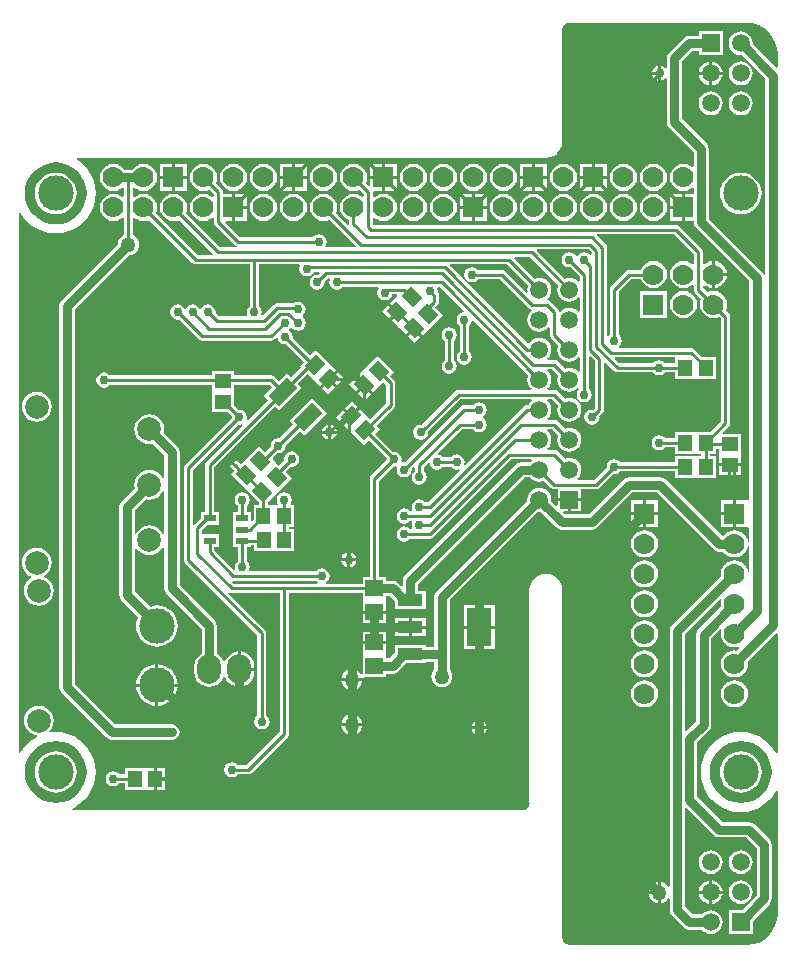
<source format=gbl>
G04 Layer_Physical_Order=2*
G04 Layer_Color=16711680*
%FSLAX25Y25*%
%MOIN*%
G70*
G01*
G75*
%ADD10R,0.04528X0.05315*%
G04:AMPARAMS|DCode=15|XSize=55.12mil|YSize=45.28mil|CornerRadius=0mil|HoleSize=0mil|Usage=FLASHONLY|Rotation=315.000|XOffset=0mil|YOffset=0mil|HoleType=Round|Shape=Rectangle|*
%AMROTATEDRECTD15*
4,1,4,-0.03550,0.00348,-0.00348,0.03550,0.03550,-0.00348,0.00348,-0.03550,-0.03550,0.00348,0.0*
%
%ADD15ROTATEDRECTD15*%

%ADD26R,0.05315X0.04528*%
%ADD27C,0.03000*%
%ADD28C,0.01000*%
%ADD30O,0.07874X0.09843*%
%ADD31R,0.05906X0.05906*%
%ADD32C,0.05906*%
%ADD33C,0.11811*%
%ADD34C,0.07874*%
%ADD35C,0.07000*%
%ADD36R,0.07000X0.07000*%
%ADD37R,0.07000X0.07000*%
%ADD38C,0.03000*%
%ADD39C,0.05000*%
%ADD40R,0.05512X0.04528*%
G04:AMPARAMS|DCode=41|XSize=55.12mil|YSize=45.28mil|CornerRadius=0mil|HoleSize=0mil|Usage=FLASHONLY|Rotation=45.000|XOffset=0mil|YOffset=0mil|HoleType=Round|Shape=Rectangle|*
%AMROTATEDRECTD41*
4,1,4,-0.00348,-0.03550,-0.03550,-0.00348,0.00348,0.03550,0.03550,0.00348,-0.00348,-0.03550,0.0*
%
%ADD41ROTATEDRECTD41*%

G04:AMPARAMS|DCode=42|XSize=49.21mil|YSize=86.61mil|CornerRadius=0mil|HoleSize=0mil|Usage=FLASHONLY|Rotation=315.000|XOffset=0mil|YOffset=0mil|HoleType=Round|Shape=Rectangle|*
%AMROTATEDRECTD42*
4,1,4,-0.04802,-0.01322,0.01322,0.04802,0.04802,0.01322,-0.01322,-0.04802,-0.04802,-0.01322,0.0*
%
%ADD42ROTATEDRECTD42*%

%ADD43R,0.03937X0.02362*%
%ADD44P,0.01414X4X360.0*%
%ADD45R,0.05906X0.05512*%
%ADD46R,0.08465X0.12795*%
%ADD47R,0.08465X0.03937*%
%ADD48C,0.00787*%
G36*
X15792Y24292D02*
X17728Y23705D01*
X19512Y22752D01*
X21075Y21469D01*
X22358Y19905D01*
X23311Y18122D01*
X23899Y16186D01*
X24097Y14173D01*
X23899Y12160D01*
X23311Y10225D01*
X22358Y8441D01*
X21075Y6878D01*
X19512Y5595D01*
X17728Y4641D01*
X15792Y4054D01*
X13780Y3856D01*
X11767Y4054D01*
X9831Y4641D01*
X8048Y5595D01*
X6484Y6878D01*
X5201Y8441D01*
X4248Y10225D01*
X3661Y12160D01*
X3462Y14173D01*
X3661Y16186D01*
X4248Y18122D01*
X5201Y19905D01*
X6484Y21469D01*
X8048Y22752D01*
X9831Y23705D01*
X11767Y24292D01*
X13780Y24490D01*
X15792Y24292D01*
D02*
G37*
G36*
X15791Y217199D02*
X17725Y216612D01*
X19508Y215660D01*
X21070Y214377D01*
X22353Y212815D01*
X23305Y211032D01*
X23892Y209098D01*
X24090Y207087D01*
X23892Y205075D01*
X23305Y203141D01*
X22353Y201358D01*
X21070Y199796D01*
X19508Y198514D01*
X17725Y197561D01*
X15791Y196974D01*
X13780Y196776D01*
X11768Y196974D01*
X9834Y197561D01*
X8051Y198514D01*
X6489Y199796D01*
X5206Y201358D01*
X4254Y203141D01*
X3667Y205075D01*
X3469Y207087D01*
X3667Y209098D01*
X4254Y211032D01*
X5206Y212815D01*
X6489Y214377D01*
X8051Y215660D01*
X9834Y216612D01*
X11768Y217199D01*
X13780Y217397D01*
X15791Y217199D01*
D02*
G37*
G36*
X244139Y24292D02*
X246074Y23705D01*
X247858Y22752D01*
X249421Y21469D01*
X250705Y19905D01*
X251658Y18122D01*
X252245Y16186D01*
X252443Y14173D01*
X252245Y12160D01*
X251658Y10225D01*
X250705Y8441D01*
X249421Y6878D01*
X247858Y5595D01*
X246074Y4641D01*
X244139Y4054D01*
X242126Y3856D01*
X240113Y4054D01*
X238178Y4641D01*
X236394Y5595D01*
X234831Y6878D01*
X233547Y8441D01*
X232594Y10225D01*
X232007Y12160D01*
X231809Y14173D01*
X232007Y16186D01*
X232594Y18122D01*
X233547Y19905D01*
X234831Y21469D01*
X236394Y22752D01*
X238178Y23705D01*
X240113Y24292D01*
X242126Y24490D01*
X244139Y24292D01*
D02*
G37*
G36*
X246111Y263735D02*
X248046Y263148D01*
X249828Y262195D01*
X251391Y260913D01*
X252673Y259350D01*
X253626Y257568D01*
X254213Y255633D01*
X254399Y253738D01*
X254376Y253622D01*
Y249095D01*
X253914Y248903D01*
X246068Y256749D01*
X246113Y257087D01*
X245977Y258119D01*
X245579Y259080D01*
X244945Y259906D01*
X244119Y260539D01*
X243158Y260938D01*
X242126Y261073D01*
X241094Y260938D01*
X240132Y260539D01*
X239307Y259906D01*
X238673Y259080D01*
X238275Y258119D01*
X238139Y257087D01*
X238275Y256055D01*
X238673Y255093D01*
X239307Y254268D01*
X240132Y253634D01*
X241094Y253236D01*
X242126Y253100D01*
X242464Y253144D01*
X250357Y245251D01*
Y180017D01*
X249856Y179967D01*
X249855Y179975D01*
X249302Y180802D01*
X231549Y198556D01*
Y222000D01*
X231355Y222975D01*
X230802Y223802D01*
X222549Y232056D01*
Y251031D01*
X226056Y254538D01*
X228173D01*
Y253134D01*
X236079D01*
Y261039D01*
X228173D01*
Y259636D01*
X225000D01*
X224025Y259442D01*
X223198Y258889D01*
X218198Y253889D01*
X217645Y253062D01*
X217451Y252087D01*
Y248948D01*
X216951Y248796D01*
X216889Y248889D01*
X216062Y249442D01*
X215587Y249536D01*
Y247087D01*
Y244637D01*
X216062Y244732D01*
X216889Y245284D01*
X216951Y245377D01*
X217451Y245225D01*
Y231000D01*
X217645Y230025D01*
X218198Y229198D01*
X226451Y220944D01*
Y216048D01*
X225951Y215801D01*
X225269Y216324D01*
X224175Y216778D01*
X223000Y216933D01*
X221825Y216778D01*
X220731Y216324D01*
X219791Y215603D01*
X219069Y214663D01*
X218616Y213568D01*
X218461Y212394D01*
X218616Y211219D01*
X219069Y210124D01*
X219791Y209184D01*
X220731Y208463D01*
X221825Y208010D01*
X223000Y207855D01*
X224175Y208010D01*
X225269Y208463D01*
X225951Y208986D01*
X226451Y208739D01*
Y206894D01*
X223500D01*
Y202394D01*
Y197894D01*
X226451D01*
Y197500D01*
X226645Y196525D01*
X227198Y195698D01*
X244951Y177944D01*
Y104855D01*
X244500Y104736D01*
X244451Y104736D01*
X240500D01*
Y100236D01*
Y95736D01*
X244451D01*
X244500Y95736D01*
X244951Y95618D01*
Y90936D01*
X244451Y90903D01*
X244384Y91411D01*
X243931Y92506D01*
X243209Y93446D01*
X242269Y94167D01*
X241175Y94620D01*
X240000Y94775D01*
X238825Y94620D01*
X237731Y94167D01*
X236791Y93446D01*
X236460Y93015D01*
X235858Y92983D01*
X217039Y111802D01*
X216212Y112355D01*
X215236Y112549D01*
X205000D01*
X204025Y112355D01*
X203198Y111802D01*
X191444Y100049D01*
X183556D01*
X183019Y100585D01*
X183211Y101047D01*
X184500D01*
Y104500D01*
X181047D01*
Y103211D01*
X180585Y103019D01*
X178942Y104662D01*
X178987Y105000D01*
X178851Y106032D01*
X178453Y106993D01*
X177819Y107819D01*
X176993Y108453D01*
X176032Y108851D01*
X175000Y108987D01*
X173968Y108851D01*
X173007Y108453D01*
X172181Y107819D01*
X171547Y106993D01*
X171149Y106032D01*
X171013Y105000D01*
X171058Y104662D01*
X140698Y74302D01*
X140145Y73475D01*
X139951Y72500D01*
Y55994D01*
X137216D01*
Y56413D01*
X126752D01*
Y53857D01*
X125007Y52112D01*
X123953D01*
Y53181D01*
X123953Y53319D01*
Y53681D01*
X123953Y53819D01*
Y56937D01*
X116047D01*
Y53819D01*
X116047Y53681D01*
Y53319D01*
X116047Y53181D01*
Y46889D01*
X115590Y46773D01*
X115547Y46778D01*
X114996Y47496D01*
X114265Y48057D01*
X113414Y48410D01*
X113000Y48464D01*
Y45500D01*
X116142D01*
X116428Y45807D01*
X123953D01*
Y47014D01*
X126063D01*
X127038Y47208D01*
X127865Y47761D01*
X130581Y50476D01*
X137216D01*
Y50896D01*
X139951D01*
Y48428D01*
X139443Y47765D01*
X139090Y46914D01*
X138970Y46000D01*
X139090Y45086D01*
X139443Y44235D01*
X140004Y43504D01*
X140735Y42943D01*
X141586Y42590D01*
X142500Y42470D01*
X143414Y42590D01*
X144265Y42943D01*
X144996Y43504D01*
X145557Y44235D01*
X145910Y45086D01*
X146030Y46000D01*
X145910Y46914D01*
X145557Y47765D01*
X145049Y48428D01*
Y53445D01*
Y71444D01*
X174662Y101058D01*
X175000Y101013D01*
X175338Y101058D01*
X180698Y95698D01*
X181525Y95145D01*
X182500Y94951D01*
X192500D01*
X193475Y95145D01*
X194302Y95698D01*
X206056Y107451D01*
X214180D01*
X233198Y88434D01*
X234025Y87881D01*
X235000Y87687D01*
X236284D01*
X236791Y87027D01*
X237731Y86305D01*
X238825Y85852D01*
X240000Y85697D01*
X241175Y85852D01*
X242269Y86305D01*
X243209Y87027D01*
X243931Y87967D01*
X244384Y89061D01*
X244451Y89569D01*
X244951Y89536D01*
Y80936D01*
X244451Y80903D01*
X244384Y81411D01*
X243931Y82506D01*
X243209Y83446D01*
X242269Y84167D01*
X241175Y84620D01*
X240000Y84775D01*
X238825Y84620D01*
X237731Y84167D01*
X236791Y83446D01*
X236069Y82506D01*
X235616Y81411D01*
X235461Y80236D01*
X235570Y79411D01*
X219198Y63039D01*
X218645Y62212D01*
X218451Y61236D01*
Y-23927D01*
X217951Y-24096D01*
X217496Y-23504D01*
X216765Y-22943D01*
X215914Y-22590D01*
X215500Y-22536D01*
Y-26000D01*
Y-29464D01*
X215914Y-29410D01*
X216765Y-29057D01*
X217496Y-28496D01*
X217951Y-27904D01*
X218451Y-28073D01*
Y-31827D01*
X218645Y-32802D01*
X219198Y-33629D01*
X223198Y-37629D01*
X224025Y-38182D01*
X225000Y-38376D01*
X229099D01*
X229307Y-38646D01*
X230133Y-39279D01*
X231094Y-39678D01*
X232126Y-39814D01*
X233158Y-39678D01*
X234119Y-39279D01*
X234945Y-38646D01*
X235579Y-37820D01*
X235977Y-36859D01*
X236113Y-35827D01*
X235977Y-34795D01*
X235579Y-33833D01*
X234945Y-33008D01*
X234119Y-32374D01*
X233158Y-31976D01*
X232126Y-31840D01*
X231094Y-31976D01*
X230133Y-32374D01*
X229307Y-33008D01*
X229099Y-33278D01*
X226056D01*
X223549Y-30771D01*
Y2193D01*
X224011Y2384D01*
X233198Y-6802D01*
X234025Y-7355D01*
X235000Y-7549D01*
X243944D01*
X247451Y-11056D01*
Y-26897D01*
X242474Y-31874D01*
X238173D01*
Y-39780D01*
X246079D01*
Y-35479D01*
X251802Y-29755D01*
X252355Y-28928D01*
X252549Y-27953D01*
Y-10000D01*
X252355Y-9025D01*
X251802Y-8198D01*
X246802Y-3198D01*
X245975Y-2645D01*
X245000Y-2451D01*
X236056D01*
X227549Y6056D01*
Y24205D01*
X231542Y28198D01*
X232094Y29024D01*
X232288Y30000D01*
Y58920D01*
X235283Y61915D01*
X235707Y61632D01*
X235616Y61411D01*
X235461Y60236D01*
X235616Y59061D01*
X236069Y57967D01*
X236791Y57027D01*
X237731Y56305D01*
X238825Y55852D01*
X240000Y55697D01*
X241175Y55852D01*
X241395Y55943D01*
X241679Y55519D01*
X240825Y54666D01*
X240000Y54775D01*
X238825Y54620D01*
X237731Y54167D01*
X236791Y53446D01*
X236069Y52506D01*
X235616Y51411D01*
X235461Y50236D01*
X235616Y49062D01*
X236069Y47967D01*
X236791Y47027D01*
X237731Y46306D01*
X238825Y45852D01*
X240000Y45697D01*
X241175Y45852D01*
X242269Y46306D01*
X243209Y47027D01*
X243931Y47967D01*
X244384Y49062D01*
X244539Y50236D01*
X244430Y51062D01*
X253914Y60546D01*
X254376Y60354D01*
Y20628D01*
X253876Y20487D01*
X252933Y22025D01*
X251572Y23619D01*
X249978Y24981D01*
X248191Y26076D01*
X246254Y26878D01*
X244216Y27367D01*
X242126Y27532D01*
X240036Y27367D01*
X237998Y26878D01*
X236061Y26076D01*
X234274Y24981D01*
X232680Y23619D01*
X231318Y22025D01*
X230223Y20238D01*
X229421Y18301D01*
X228932Y16263D01*
X228767Y14173D01*
X228932Y12083D01*
X229421Y10045D01*
X230223Y8108D01*
X231318Y6321D01*
X232680Y4727D01*
X234274Y3366D01*
X236061Y2270D01*
X237998Y1468D01*
X240036Y979D01*
X242126Y814D01*
X244216Y979D01*
X246254Y1468D01*
X248191Y2270D01*
X249978Y3366D01*
X251572Y4727D01*
X252933Y6321D01*
X253876Y7859D01*
X254376Y7718D01*
Y-33150D01*
X254396Y-33247D01*
X254207Y-35161D01*
X253620Y-37095D01*
X252667Y-38878D01*
X251385Y-40440D01*
X249823Y-41723D01*
X248040Y-42675D01*
X246106Y-43262D01*
X244192Y-43451D01*
X244094Y-43431D01*
X185039D01*
X184974Y-43444D01*
X184108Y-43272D01*
X183318Y-42745D01*
X182791Y-41955D01*
X182619Y-41089D01*
X182632Y-41024D01*
Y74803D01*
X182649D01*
X182462Y76222D01*
X181915Y77545D01*
X181043Y78681D01*
X179907Y79552D01*
X178585Y80100D01*
X177165Y80287D01*
X175746Y80100D01*
X174423Y79552D01*
X173288Y78681D01*
X172416Y77545D01*
X171868Y76222D01*
X171681Y74803D01*
X171699D01*
Y3937D01*
X171712Y3871D01*
X171540Y3006D01*
X171012Y2216D01*
X170223Y1688D01*
X169357Y1516D01*
X169291Y1529D01*
X19337D01*
X19239Y2020D01*
X19844Y2270D01*
X21632Y3366D01*
X23226Y4727D01*
X24587Y6321D01*
X25682Y8108D01*
X26485Y10045D01*
X26974Y12083D01*
X27138Y14173D01*
X26974Y16263D01*
X26485Y18301D01*
X25682Y20238D01*
X24587Y22025D01*
X23226Y23619D01*
X21632Y24981D01*
X19844Y26076D01*
X17908Y26878D01*
X15869Y27367D01*
X13780Y27532D01*
X11897Y27384D01*
X11724Y27694D01*
X11684Y27869D01*
X12442Y28857D01*
X12940Y30058D01*
X13110Y31346D01*
X12940Y32635D01*
X12442Y33836D01*
X11651Y34868D01*
X10620Y35659D01*
X9419Y36156D01*
X8130Y36326D01*
X6841Y36156D01*
X5640Y35659D01*
X4609Y34868D01*
X3818Y33836D01*
X3320Y32635D01*
X3150Y31346D01*
X3320Y30058D01*
X3818Y28857D01*
X4609Y27825D01*
X5640Y27034D01*
X6841Y26537D01*
X7391Y26464D01*
X7502Y25945D01*
X5927Y24981D01*
X4333Y23619D01*
X2972Y22025D01*
X2029Y20487D01*
X1529Y20628D01*
Y147638D01*
Y200644D01*
X2029Y200785D01*
X2977Y199238D01*
X4338Y197645D01*
X5931Y196284D01*
X7718Y195190D01*
X9653Y194388D01*
X11691Y193899D01*
X13780Y193734D01*
X15868Y193899D01*
X17906Y194388D01*
X19841Y195190D01*
X21628Y196284D01*
X23221Y197645D01*
X24582Y199238D01*
X25676Y201025D01*
X26478Y202961D01*
X26967Y204998D01*
X27132Y207087D01*
X26967Y209175D01*
X26478Y211213D01*
X25676Y213148D01*
X24582Y214935D01*
X23221Y216528D01*
X21628Y217889D01*
X20693Y218462D01*
X20828Y218943D01*
X177132D01*
X177362Y218989D01*
X178552Y219145D01*
X179874Y219693D01*
X180274Y220000D01*
X181000D01*
Y220557D01*
X181010Y220565D01*
X181882Y221700D01*
X182430Y223023D01*
X182586Y224213D01*
X182632Y224442D01*
Y261297D01*
X182665Y261463D01*
X182665D01*
X182644Y261489D01*
X182824Y262394D01*
X183352Y263184D01*
X184141Y263712D01*
X185047Y263892D01*
X185072Y263871D01*
Y263871D01*
X185238Y263904D01*
X244100D01*
X244198Y263923D01*
X246111Y263735D01*
D02*
G37*
G36*
X235707Y71631D02*
X235616Y71411D01*
X235461Y70236D01*
X235570Y69411D01*
X227937Y61778D01*
X227384Y60951D01*
X227190Y59976D01*
Y31056D01*
X224011Y27876D01*
X223549Y28068D01*
Y60180D01*
X235283Y71915D01*
X235707Y71631D01*
D02*
G37*
%LPC*%
G36*
X13780Y21112D02*
X12426Y20979D01*
X11124Y20584D01*
X9924Y19943D01*
X8873Y19080D01*
X8010Y18028D01*
X7369Y16829D01*
X6974Y15527D01*
X6841Y14173D01*
X6974Y12820D01*
X7369Y11518D01*
X8010Y10318D01*
X8873Y9267D01*
X9924Y8404D01*
X11124Y7762D01*
X12426Y7368D01*
X13780Y7234D01*
X15133Y7368D01*
X16435Y7762D01*
X17635Y8404D01*
X18686Y9267D01*
X19549Y10318D01*
X20190Y11518D01*
X20585Y12820D01*
X20719Y14173D01*
X20585Y15527D01*
X20190Y16829D01*
X19549Y18028D01*
X18686Y19080D01*
X17635Y19943D01*
X16435Y20584D01*
X15133Y20979D01*
X13780Y21112D01*
D02*
G37*
G36*
Y214025D02*
X12426Y213892D01*
X11124Y213497D01*
X9924Y212856D01*
X8873Y211993D01*
X8010Y210942D01*
X7369Y209742D01*
X6974Y208440D01*
X6841Y207087D01*
X6974Y205733D01*
X7369Y204431D01*
X8010Y203232D01*
X8873Y202180D01*
X9924Y201317D01*
X11124Y200676D01*
X12426Y200281D01*
X13780Y200148D01*
X15133Y200281D01*
X16435Y200676D01*
X17635Y201317D01*
X18686Y202180D01*
X19549Y203232D01*
X20190Y204431D01*
X20585Y205733D01*
X20719Y207087D01*
X20585Y208440D01*
X20190Y209742D01*
X19549Y210942D01*
X18686Y211993D01*
X17635Y212856D01*
X16435Y213497D01*
X15133Y213892D01*
X13780Y214025D01*
D02*
G37*
G36*
X242126Y21112D02*
X240772Y20979D01*
X239471Y20584D01*
X238271Y19943D01*
X237219Y19080D01*
X236356Y18028D01*
X235715Y16829D01*
X235320Y15527D01*
X235187Y14173D01*
X235320Y12820D01*
X235715Y11518D01*
X236356Y10318D01*
X237219Y9267D01*
X238271Y8404D01*
X239471Y7762D01*
X240772Y7368D01*
X242126Y7234D01*
X243480Y7368D01*
X244781Y7762D01*
X245981Y8404D01*
X247032Y9267D01*
X247896Y10318D01*
X248537Y11518D01*
X248932Y12820D01*
X249065Y14173D01*
X248932Y15527D01*
X248537Y16829D01*
X247896Y18028D01*
X247032Y19080D01*
X245981Y19943D01*
X244781Y20584D01*
X243480Y20979D01*
X242126Y21112D01*
D02*
G37*
G36*
X214500Y104736D02*
X210500D01*
Y100736D01*
X214500D01*
Y104736D01*
D02*
G37*
G36*
X209500D02*
X205500D01*
Y100736D01*
X209500D01*
Y104736D01*
D02*
G37*
G36*
X45000Y133480D02*
X43711Y133310D01*
X42510Y132812D01*
X41479Y132021D01*
X40688Y130990D01*
X40190Y129789D01*
X40020Y128500D01*
X40190Y127211D01*
X40688Y126010D01*
X41479Y124979D01*
X42510Y124188D01*
X43711Y123690D01*
X45000Y123520D01*
X46215Y123680D01*
X49951Y119944D01*
Y112255D01*
X49451Y112155D01*
X49312Y112490D01*
X48521Y113521D01*
X47490Y114313D01*
X46289Y114810D01*
X45000Y114980D01*
X43711Y114810D01*
X42510Y114313D01*
X41479Y113521D01*
X40688Y112490D01*
X40190Y111289D01*
X40020Y110000D01*
X40180Y108785D01*
X35698Y104302D01*
X35145Y103475D01*
X34951Y102500D01*
Y73343D01*
X35145Y72367D01*
X35698Y71540D01*
X41316Y65922D01*
X41089Y65498D01*
X40694Y64196D01*
X40561Y62843D01*
X40694Y61489D01*
X41089Y60187D01*
X41730Y58987D01*
X42593Y57936D01*
X43645Y57073D01*
X44845Y56432D01*
X46146Y56037D01*
X47500Y55904D01*
X48854Y56037D01*
X50155Y56432D01*
X51355Y57073D01*
X52407Y57936D01*
X53269Y58987D01*
X53911Y60187D01*
X54306Y61489D01*
X54439Y62843D01*
X54306Y64196D01*
X53911Y65498D01*
X53269Y66698D01*
X52407Y67749D01*
X51355Y68612D01*
X50155Y69253D01*
X48854Y69648D01*
X47500Y69781D01*
X46146Y69648D01*
X45113Y69335D01*
X40049Y74398D01*
Y89245D01*
X40549Y89345D01*
X40688Y89010D01*
X41479Y87979D01*
X42510Y87187D01*
X43711Y86690D01*
X45000Y86520D01*
X46289Y86690D01*
X47490Y87187D01*
X48521Y87979D01*
X49312Y89010D01*
X49451Y89345D01*
X49951Y89245D01*
Y75500D01*
X50145Y74524D01*
X50698Y73698D01*
X62451Y61944D01*
Y53751D01*
X61479Y53005D01*
X60688Y51974D01*
X60190Y50773D01*
X60020Y49484D01*
Y47516D01*
X60190Y46227D01*
X60688Y45026D01*
X61479Y43995D01*
X62510Y43203D01*
X63711Y42706D01*
X65000Y42536D01*
X66289Y42706D01*
X67490Y43203D01*
X68521Y43995D01*
X69313Y45026D01*
X69729Y46033D01*
X70271D01*
X70688Y45026D01*
X71479Y43995D01*
X72510Y43203D01*
X73711Y42706D01*
X74500Y42602D01*
Y48500D01*
Y54398D01*
X73711Y54294D01*
X72510Y53797D01*
X71479Y53005D01*
X70688Y51974D01*
X70271Y50968D01*
X69729D01*
X69313Y51974D01*
X68521Y53005D01*
X67549Y53751D01*
Y63000D01*
X67355Y63976D01*
X66802Y64802D01*
X55049Y76556D01*
Y121000D01*
X54855Y121976D01*
X54302Y122802D01*
X49820Y127285D01*
X49980Y128500D01*
X49810Y129789D01*
X49312Y130990D01*
X48521Y132021D01*
X47490Y132812D01*
X46289Y133310D01*
X45000Y133480D01*
D02*
G37*
G36*
X238000Y116055D02*
X234744D01*
Y113291D01*
X238000D01*
Y116055D01*
D02*
G37*
G36*
X239500Y104736D02*
X235500D01*
Y100736D01*
X239500D01*
Y104736D01*
D02*
G37*
G36*
X188953Y104500D02*
X185500D01*
Y101047D01*
X188953D01*
Y104500D01*
D02*
G37*
G36*
X112000Y29500D02*
X109036D01*
X109090Y29086D01*
X109443Y28235D01*
X110004Y27504D01*
X110735Y26943D01*
X111586Y26590D01*
X112000Y26536D01*
Y29500D01*
D02*
G37*
G36*
X43681Y15657D02*
X43319D01*
X43181Y15657D01*
X36791D01*
Y13529D01*
X34985D01*
X34802Y13802D01*
X33975Y14355D01*
X33000Y14549D01*
X32024Y14355D01*
X31198Y13802D01*
X30645Y12976D01*
X30451Y12000D01*
X30645Y11025D01*
X31198Y10198D01*
X32024Y9645D01*
X33000Y9451D01*
X33975Y9645D01*
X34802Y10198D01*
X34985Y10471D01*
X36791D01*
Y8343D01*
X43181D01*
X43319Y8343D01*
X43681D01*
X43819Y8343D01*
X46445D01*
Y12000D01*
Y15657D01*
X43819D01*
X43681Y15657D01*
D02*
G37*
G36*
X154500Y28500D02*
X152550D01*
X152645Y28025D01*
X153198Y27198D01*
X154025Y26645D01*
X154500Y26550D01*
Y28500D01*
D02*
G37*
G36*
X115964Y29500D02*
X113000D01*
Y26536D01*
X113414Y26590D01*
X114265Y26943D01*
X114996Y27504D01*
X115557Y28235D01*
X115910Y29086D01*
X115964Y29500D01*
D02*
G37*
G36*
X209500Y99736D02*
X205500D01*
Y95736D01*
X209500D01*
Y99736D01*
D02*
G37*
G36*
X214500D02*
X210500D01*
Y95736D01*
X214500D01*
Y99736D01*
D02*
G37*
G36*
X210000Y94775D02*
X208825Y94620D01*
X207731Y94167D01*
X206791Y93446D01*
X206069Y92506D01*
X205616Y91411D01*
X205461Y90236D01*
X205616Y89061D01*
X206069Y87967D01*
X206791Y87027D01*
X207731Y86305D01*
X208825Y85852D01*
X210000Y85697D01*
X211175Y85852D01*
X212269Y86305D01*
X213209Y87027D01*
X213931Y87967D01*
X214384Y89061D01*
X214539Y90236D01*
X214384Y91411D01*
X213931Y92506D01*
X213209Y93446D01*
X212269Y94167D01*
X211175Y94620D01*
X210000Y94775D01*
D02*
G37*
G36*
X239500Y99736D02*
X235500D01*
Y95736D01*
X239500D01*
Y99736D01*
D02*
G37*
G36*
X242256Y116055D02*
X239000D01*
Y113291D01*
X242256D01*
Y116055D01*
D02*
G37*
G36*
X214500Y-22536D02*
X214086Y-22590D01*
X213235Y-22943D01*
X212504Y-23504D01*
X211943Y-24235D01*
X211590Y-25086D01*
X211536Y-25500D01*
X214500D01*
Y-22536D01*
D02*
G37*
G36*
X231626Y-21906D02*
X231094Y-21976D01*
X230133Y-22374D01*
X229307Y-23008D01*
X228673Y-23833D01*
X228275Y-24795D01*
X228205Y-25327D01*
X231626D01*
Y-21906D01*
D02*
G37*
G36*
X232626Y-21906D02*
Y-25327D01*
X236047D01*
X235977Y-24795D01*
X235579Y-23833D01*
X234945Y-23008D01*
X234119Y-22374D01*
X233158Y-21976D01*
X232626Y-21906D01*
D02*
G37*
G36*
X214500Y-26500D02*
X211536D01*
X211590Y-26914D01*
X211943Y-27765D01*
X212504Y-28496D01*
X213235Y-29057D01*
X214086Y-29410D01*
X214500Y-29464D01*
Y-26500D01*
D02*
G37*
G36*
X242126Y-21840D02*
X241094Y-21976D01*
X240132Y-22374D01*
X239307Y-23008D01*
X238673Y-23833D01*
X238275Y-24795D01*
X238139Y-25827D01*
X238275Y-26859D01*
X238673Y-27820D01*
X239307Y-28646D01*
X240132Y-29280D01*
X241094Y-29678D01*
X242126Y-29814D01*
X243158Y-29678D01*
X244119Y-29280D01*
X244945Y-28646D01*
X245579Y-27820D01*
X245977Y-26859D01*
X246113Y-25827D01*
X245977Y-24795D01*
X245579Y-23833D01*
X244945Y-23008D01*
X244119Y-22374D01*
X243158Y-21976D01*
X242126Y-21840D01*
D02*
G37*
G36*
X231626Y-26327D02*
X228205D01*
X228275Y-26859D01*
X228673Y-27820D01*
X229307Y-28646D01*
X230133Y-29280D01*
X231094Y-29678D01*
X231626Y-29748D01*
Y-26327D01*
D02*
G37*
G36*
X236047D02*
X232626D01*
Y-29748D01*
X233158Y-29678D01*
X234119Y-29280D01*
X234945Y-28646D01*
X235579Y-27820D01*
X235977Y-26859D01*
X236047Y-26327D01*
D02*
G37*
G36*
X50209Y11500D02*
X47445D01*
Y8343D01*
X50209D01*
Y11500D01*
D02*
G37*
G36*
X47445Y15657D02*
Y12500D01*
X50209D01*
Y15657D01*
X47445D01*
D02*
G37*
G36*
X232126Y-11840D02*
X231094Y-11976D01*
X230133Y-12374D01*
X229307Y-13008D01*
X228673Y-13833D01*
X228275Y-14795D01*
X228139Y-15827D01*
X228275Y-16859D01*
X228673Y-17820D01*
X229307Y-18646D01*
X230133Y-19279D01*
X231094Y-19678D01*
X232126Y-19814D01*
X233158Y-19678D01*
X234119Y-19279D01*
X234945Y-18646D01*
X235579Y-17820D01*
X235977Y-16859D01*
X236113Y-15827D01*
X235977Y-14795D01*
X235579Y-13833D01*
X234945Y-13008D01*
X234119Y-12374D01*
X233158Y-11976D01*
X232126Y-11840D01*
D02*
G37*
G36*
X242126D02*
X241094Y-11976D01*
X240132Y-12374D01*
X239307Y-13008D01*
X238673Y-13833D01*
X238275Y-14795D01*
X238139Y-15827D01*
X238275Y-16859D01*
X238673Y-17820D01*
X239307Y-18646D01*
X240132Y-19279D01*
X241094Y-19678D01*
X242126Y-19814D01*
X243158Y-19678D01*
X244119Y-19279D01*
X244945Y-18646D01*
X245579Y-17820D01*
X245977Y-16859D01*
X246113Y-15827D01*
X245977Y-14795D01*
X245579Y-13833D01*
X244945Y-13008D01*
X244119Y-12374D01*
X243158Y-11976D01*
X242126Y-11840D01*
D02*
G37*
G36*
X7500Y140980D02*
X6211Y140810D01*
X5010Y140313D01*
X3979Y139521D01*
X3187Y138490D01*
X2690Y137289D01*
X2520Y136000D01*
X2690Y134711D01*
X3187Y133510D01*
X3979Y132479D01*
X5010Y131687D01*
X6211Y131190D01*
X7500Y131020D01*
X8789Y131190D01*
X9990Y131687D01*
X11021Y132479D01*
X11812Y133510D01*
X12310Y134711D01*
X12480Y136000D01*
X12310Y137289D01*
X11812Y138490D01*
X11021Y139521D01*
X9990Y140313D01*
X8789Y140810D01*
X7500Y140980D01*
D02*
G37*
G36*
X210000Y84775D02*
X208825Y84620D01*
X207731Y84167D01*
X206791Y83446D01*
X206069Y82506D01*
X205616Y81411D01*
X205461Y80236D01*
X205616Y79062D01*
X206069Y77967D01*
X206791Y77027D01*
X207731Y76306D01*
X208825Y75852D01*
X210000Y75697D01*
X211175Y75852D01*
X212269Y76306D01*
X213209Y77027D01*
X213931Y77967D01*
X214384Y79062D01*
X214539Y80236D01*
X214384Y81411D01*
X213931Y82506D01*
X213209Y83446D01*
X212269Y84167D01*
X211175Y84620D01*
X210000Y84775D01*
D02*
G37*
G36*
X115964Y44500D02*
X113000D01*
Y41536D01*
X113414Y41590D01*
X114265Y41943D01*
X114996Y42504D01*
X115557Y43235D01*
X115910Y44086D01*
X115964Y44500D01*
D02*
G37*
G36*
X79980Y48000D02*
X75500D01*
Y42602D01*
X76289Y42706D01*
X77490Y43203D01*
X78521Y43995D01*
X79312Y45026D01*
X79810Y46227D01*
X79980Y47516D01*
Y48000D01*
D02*
G37*
G36*
X54390Y42658D02*
X48000D01*
Y36268D01*
X48854Y36352D01*
X50155Y36747D01*
X51355Y37388D01*
X52407Y38251D01*
X53269Y39302D01*
X53911Y40502D01*
X54306Y41804D01*
X54390Y42658D01*
D02*
G37*
G36*
X112000Y44500D02*
X109036D01*
X109090Y44086D01*
X109443Y43235D01*
X110004Y42504D01*
X110735Y41943D01*
X111586Y41590D01*
X112000Y41536D01*
Y44500D01*
D02*
G37*
G36*
Y48464D02*
X111586Y48410D01*
X110735Y48057D01*
X110004Y47496D01*
X109443Y46765D01*
X109090Y45914D01*
X109036Y45500D01*
X112000D01*
Y48464D01*
D02*
G37*
G36*
X210000Y54775D02*
X208825Y54620D01*
X207731Y54167D01*
X206791Y53446D01*
X206069Y52506D01*
X205616Y51411D01*
X205461Y50236D01*
X205616Y49062D01*
X206069Y47967D01*
X206791Y47027D01*
X207731Y46306D01*
X208825Y45852D01*
X210000Y45697D01*
X211175Y45852D01*
X212269Y46306D01*
X213209Y47027D01*
X213931Y47967D01*
X214384Y49062D01*
X214539Y50236D01*
X214384Y51411D01*
X213931Y52506D01*
X213209Y53446D01*
X212269Y54167D01*
X211175Y54620D01*
X210000Y54775D01*
D02*
G37*
G36*
X47000Y50047D02*
X46146Y49963D01*
X44845Y49568D01*
X43645Y48927D01*
X42593Y48064D01*
X41730Y47012D01*
X41089Y45813D01*
X40694Y44511D01*
X40610Y43657D01*
X47000D01*
Y50047D01*
D02*
G37*
G36*
X48000D02*
Y43657D01*
X54390D01*
X54306Y44511D01*
X53911Y45813D01*
X53269Y47012D01*
X52407Y48064D01*
X51355Y48927D01*
X50155Y49568D01*
X48854Y49963D01*
X48000Y50047D01*
D02*
G37*
G36*
X155500Y31449D02*
Y29500D01*
X157449D01*
X157355Y29976D01*
X156802Y30802D01*
X155975Y31355D01*
X155500Y31449D01*
D02*
G37*
G36*
X112000Y33464D02*
X111586Y33410D01*
X110735Y33057D01*
X110004Y32496D01*
X109443Y31765D01*
X109090Y30914D01*
X109036Y30500D01*
X112000D01*
Y33464D01*
D02*
G37*
G36*
X157449Y28500D02*
X155500D01*
Y26550D01*
X155975Y26645D01*
X156802Y27198D01*
X157355Y28025D01*
X157449Y28500D01*
D02*
G37*
G36*
X154500Y31449D02*
X154025Y31355D01*
X153198Y30802D01*
X152645Y29976D01*
X152550Y29500D01*
X154500D01*
Y31449D01*
D02*
G37*
G36*
X240000Y44775D02*
X238825Y44620D01*
X237731Y44167D01*
X236791Y43446D01*
X236069Y42506D01*
X235616Y41411D01*
X235461Y40236D01*
X235616Y39061D01*
X236069Y37967D01*
X236791Y37027D01*
X237731Y36305D01*
X238825Y35852D01*
X240000Y35697D01*
X241175Y35852D01*
X242269Y36305D01*
X243209Y37027D01*
X243931Y37967D01*
X244384Y39061D01*
X244539Y40236D01*
X244384Y41411D01*
X243931Y42506D01*
X243209Y43446D01*
X242269Y44167D01*
X241175Y44620D01*
X240000Y44775D01*
D02*
G37*
G36*
X47000Y42658D02*
X40610D01*
X40694Y41804D01*
X41089Y40502D01*
X41730Y39302D01*
X42593Y38251D01*
X43645Y37388D01*
X44845Y36747D01*
X46146Y36352D01*
X47000Y36268D01*
Y42658D01*
D02*
G37*
G36*
X113000Y33464D02*
Y30500D01*
X115964D01*
X115910Y30914D01*
X115557Y31765D01*
X114996Y32496D01*
X114265Y33057D01*
X113414Y33410D01*
X113000Y33464D01*
D02*
G37*
G36*
X210000Y44775D02*
X208825Y44620D01*
X207731Y44167D01*
X206791Y43446D01*
X206069Y42506D01*
X205616Y41411D01*
X205461Y40236D01*
X205616Y39061D01*
X206069Y37967D01*
X206791Y37027D01*
X207731Y36305D01*
X208825Y35852D01*
X210000Y35697D01*
X211175Y35852D01*
X212269Y36305D01*
X213209Y37027D01*
X213931Y37967D01*
X214384Y39061D01*
X214539Y40236D01*
X214384Y41411D01*
X213931Y42506D01*
X213209Y43446D01*
X212269Y44167D01*
X211175Y44620D01*
X210000Y44775D01*
D02*
G37*
G36*
X154516Y69898D02*
X149784D01*
Y63000D01*
X154516D01*
Y69898D01*
D02*
G37*
G36*
X160248D02*
X155516D01*
Y63000D01*
X160248D01*
Y69898D01*
D02*
G37*
G36*
X131484Y65469D02*
X126752D01*
Y63000D01*
X131484D01*
Y65469D01*
D02*
G37*
G36*
X137216D02*
X132484D01*
Y63000D01*
X137216D01*
Y65469D01*
D02*
G37*
G36*
X210000Y74775D02*
X208825Y74620D01*
X207731Y74167D01*
X206791Y73446D01*
X206069Y72506D01*
X205616Y71411D01*
X205461Y70236D01*
X205616Y69061D01*
X206069Y67967D01*
X206791Y67027D01*
X207731Y66306D01*
X208825Y65852D01*
X210000Y65697D01*
X211175Y65852D01*
X212269Y66306D01*
X213209Y67027D01*
X213931Y67967D01*
X214384Y69061D01*
X214539Y70236D01*
X214384Y71411D01*
X213931Y72506D01*
X213209Y73446D01*
X212269Y74167D01*
X211175Y74620D01*
X210000Y74775D01*
D02*
G37*
G36*
X7500Y88980D02*
X6211Y88810D01*
X5010Y88313D01*
X3979Y87521D01*
X3187Y86490D01*
X2690Y85289D01*
X2520Y84000D01*
X2690Y82711D01*
X3187Y81510D01*
X3979Y80479D01*
X5010Y79688D01*
X5614Y79437D01*
X5572Y78914D01*
X4609Y78175D01*
X3818Y77143D01*
X3320Y75942D01*
X3150Y74654D01*
X3320Y73365D01*
X3818Y72164D01*
X4609Y71132D01*
X5640Y70341D01*
X6841Y69844D01*
X8130Y69674D01*
X9419Y69844D01*
X10620Y70341D01*
X11651Y71132D01*
X12442Y72164D01*
X12940Y73365D01*
X13110Y74654D01*
X12940Y75942D01*
X12442Y77143D01*
X11651Y78175D01*
X10620Y78966D01*
X10016Y79216D01*
X10058Y79740D01*
X11021Y80479D01*
X11812Y81510D01*
X12310Y82711D01*
X12480Y84000D01*
X12310Y85289D01*
X11812Y86490D01*
X11021Y87521D01*
X9990Y88313D01*
X8789Y88810D01*
X7500Y88980D01*
D02*
G37*
G36*
X119500Y67000D02*
X116047D01*
Y63744D01*
X119500D01*
Y67000D01*
D02*
G37*
G36*
X123953D02*
X120500D01*
Y63744D01*
X123953D01*
Y67000D01*
D02*
G37*
G36*
X160248Y62000D02*
X155516D01*
Y55102D01*
X160248D01*
Y62000D01*
D02*
G37*
G36*
X210000Y64775D02*
X208825Y64620D01*
X207731Y64167D01*
X206791Y63446D01*
X206069Y62506D01*
X205616Y61411D01*
X205461Y60236D01*
X205616Y59061D01*
X206069Y57967D01*
X206791Y57027D01*
X207731Y56305D01*
X208825Y55852D01*
X210000Y55697D01*
X211175Y55852D01*
X212269Y56305D01*
X213209Y57027D01*
X213931Y57967D01*
X214384Y59061D01*
X214539Y60236D01*
X214384Y61411D01*
X213931Y62506D01*
X213209Y63446D01*
X212269Y64167D01*
X211175Y64620D01*
X210000Y64775D01*
D02*
G37*
G36*
X75500Y54398D02*
Y49000D01*
X79980D01*
Y49484D01*
X79810Y50773D01*
X79312Y51974D01*
X78521Y53005D01*
X77490Y53797D01*
X76289Y54294D01*
X75500Y54398D01*
D02*
G37*
G36*
X154516Y62000D02*
X149784D01*
Y55102D01*
X154516D01*
Y62000D01*
D02*
G37*
G36*
X131484Y62000D02*
X126752D01*
Y59531D01*
X131484D01*
Y62000D01*
D02*
G37*
G36*
X137216D02*
X132484D01*
Y59531D01*
X137216D01*
Y62000D01*
D02*
G37*
G36*
X119500Y61193D02*
X116047D01*
Y57937D01*
X119500D01*
Y61193D01*
D02*
G37*
G36*
X123953D02*
X120500D01*
Y57937D01*
X123953D01*
Y61193D01*
D02*
G37*
G36*
X127500Y211894D02*
X123500D01*
Y207894D01*
X127500D01*
Y211894D01*
D02*
G37*
G36*
X172500D02*
X168500D01*
Y207894D01*
X172500D01*
Y211894D01*
D02*
G37*
G36*
X92500D02*
X88500D01*
Y207894D01*
X92500D01*
Y211894D01*
D02*
G37*
G36*
X97500D02*
X93500D01*
Y207894D01*
X97500D01*
Y211894D01*
D02*
G37*
G36*
X197500D02*
X193500D01*
Y207894D01*
X197500D01*
Y211894D01*
D02*
G37*
G36*
X52500Y216894D02*
X48500D01*
Y212894D01*
X52500D01*
Y216894D01*
D02*
G37*
G36*
X177500Y211894D02*
X173500D01*
Y207894D01*
X177500D01*
Y211894D01*
D02*
G37*
G36*
X192500D02*
X188500D01*
Y207894D01*
X192500D01*
Y211894D01*
D02*
G37*
G36*
X57500D02*
X53500D01*
Y207894D01*
X57500D01*
Y211894D01*
D02*
G37*
G36*
X153000Y216933D02*
X151825Y216778D01*
X150731Y216324D01*
X149791Y215603D01*
X149069Y214663D01*
X148616Y213568D01*
X148461Y212394D01*
X148616Y211219D01*
X149069Y210124D01*
X149791Y209184D01*
X150731Y208463D01*
X151825Y208010D01*
X153000Y207855D01*
X154175Y208010D01*
X155269Y208463D01*
X156209Y209184D01*
X156931Y210124D01*
X157384Y211219D01*
X157539Y212394D01*
X157384Y213568D01*
X156931Y214663D01*
X156209Y215603D01*
X155269Y216324D01*
X154175Y216778D01*
X153000Y216933D01*
D02*
G37*
G36*
X163000D02*
X161825Y216778D01*
X160731Y216324D01*
X159791Y215603D01*
X159069Y214663D01*
X158616Y213568D01*
X158461Y212394D01*
X158616Y211219D01*
X159069Y210124D01*
X159791Y209184D01*
X160731Y208463D01*
X161825Y208010D01*
X163000Y207855D01*
X164175Y208010D01*
X165269Y208463D01*
X166209Y209184D01*
X166931Y210124D01*
X167384Y211219D01*
X167539Y212394D01*
X167384Y213568D01*
X166931Y214663D01*
X166209Y215603D01*
X165269Y216324D01*
X164175Y216778D01*
X163000Y216933D01*
D02*
G37*
G36*
X133000D02*
X131825Y216778D01*
X130731Y216324D01*
X129791Y215603D01*
X129069Y214663D01*
X128616Y213568D01*
X128461Y212394D01*
X128616Y211219D01*
X129069Y210124D01*
X129791Y209184D01*
X130731Y208463D01*
X131825Y208010D01*
X133000Y207855D01*
X134175Y208010D01*
X135269Y208463D01*
X136209Y209184D01*
X136931Y210124D01*
X137384Y211219D01*
X137539Y212394D01*
X137384Y213568D01*
X136931Y214663D01*
X136209Y215603D01*
X135269Y216324D01*
X134175Y216778D01*
X133000Y216933D01*
D02*
G37*
G36*
X143000D02*
X141825Y216778D01*
X140731Y216324D01*
X139791Y215603D01*
X139069Y214663D01*
X138616Y213568D01*
X138461Y212394D01*
X138616Y211219D01*
X139069Y210124D01*
X139791Y209184D01*
X140731Y208463D01*
X141825Y208010D01*
X143000Y207855D01*
X144175Y208010D01*
X145269Y208463D01*
X146209Y209184D01*
X146931Y210124D01*
X147384Y211219D01*
X147539Y212394D01*
X147384Y213568D01*
X146931Y214663D01*
X146209Y215603D01*
X145269Y216324D01*
X144175Y216778D01*
X143000Y216933D01*
D02*
G37*
G36*
X213000D02*
X211825Y216778D01*
X210731Y216324D01*
X209791Y215603D01*
X209069Y214663D01*
X208616Y213568D01*
X208461Y212394D01*
X208616Y211219D01*
X209069Y210124D01*
X209791Y209184D01*
X210731Y208463D01*
X211825Y208010D01*
X213000Y207855D01*
X214175Y208010D01*
X215269Y208463D01*
X216209Y209184D01*
X216931Y210124D01*
X217384Y211219D01*
X217539Y212394D01*
X217384Y213568D01*
X216931Y214663D01*
X216209Y215603D01*
X215269Y216324D01*
X214175Y216778D01*
X213000Y216933D01*
D02*
G37*
G36*
X52500Y211894D02*
X48500D01*
Y207894D01*
X52500D01*
Y211894D01*
D02*
G37*
G36*
X183000Y216933D02*
X181825Y216778D01*
X180731Y216324D01*
X179791Y215603D01*
X179069Y214663D01*
X178616Y213568D01*
X178461Y212394D01*
X178616Y211219D01*
X179069Y210124D01*
X179791Y209184D01*
X180731Y208463D01*
X181825Y208010D01*
X183000Y207855D01*
X184175Y208010D01*
X185269Y208463D01*
X186209Y209184D01*
X186931Y210124D01*
X187384Y211219D01*
X187539Y212394D01*
X187384Y213568D01*
X186931Y214663D01*
X186209Y215603D01*
X185269Y216324D01*
X184175Y216778D01*
X183000Y216933D01*
D02*
G37*
G36*
X203000D02*
X201825Y216778D01*
X200731Y216324D01*
X199791Y215603D01*
X199069Y214663D01*
X198616Y213568D01*
X198461Y212394D01*
X198616Y211219D01*
X199069Y210124D01*
X199791Y209184D01*
X200731Y208463D01*
X201825Y208010D01*
X203000Y207855D01*
X204175Y208010D01*
X205269Y208463D01*
X206209Y209184D01*
X206931Y210124D01*
X207384Y211219D01*
X207539Y212394D01*
X207384Y213568D01*
X206931Y214663D01*
X206209Y215603D01*
X205269Y216324D01*
X204175Y216778D01*
X203000Y216933D01*
D02*
G37*
G36*
X92500Y216894D02*
X88500D01*
Y212894D01*
X92500D01*
Y216894D01*
D02*
G37*
G36*
X231626Y246587D02*
X228205D01*
X228275Y246055D01*
X228673Y245093D01*
X229307Y244268D01*
X230133Y243634D01*
X231094Y243236D01*
X231626Y243166D01*
Y246587D01*
D02*
G37*
G36*
X236047D02*
X232626D01*
Y243166D01*
X233158Y243236D01*
X234119Y243634D01*
X234945Y244268D01*
X235579Y245093D01*
X235977Y246055D01*
X236047Y246587D01*
D02*
G37*
G36*
X242126Y241073D02*
X241094Y240938D01*
X240132Y240539D01*
X239307Y239906D01*
X238673Y239080D01*
X238275Y238119D01*
X238139Y237087D01*
X238275Y236055D01*
X238673Y235093D01*
X239307Y234267D01*
X240132Y233634D01*
X241094Y233236D01*
X242126Y233100D01*
X243158Y233236D01*
X244119Y233634D01*
X244945Y234267D01*
X245579Y235093D01*
X245977Y236055D01*
X246113Y237087D01*
X245977Y238119D01*
X245579Y239080D01*
X244945Y239906D01*
X244119Y240539D01*
X243158Y240938D01*
X242126Y241073D01*
D02*
G37*
G36*
Y251074D02*
X241094Y250938D01*
X240132Y250539D01*
X239307Y249906D01*
X238673Y249080D01*
X238275Y248118D01*
X238139Y247087D01*
X238275Y246055D01*
X238673Y245093D01*
X239307Y244268D01*
X240132Y243634D01*
X241094Y243236D01*
X242126Y243100D01*
X243158Y243236D01*
X244119Y243634D01*
X244945Y244268D01*
X245579Y245093D01*
X245977Y246055D01*
X246113Y247087D01*
X245977Y248118D01*
X245579Y249080D01*
X244945Y249906D01*
X244119Y250539D01*
X243158Y250938D01*
X242126Y251074D01*
D02*
G37*
G36*
X214587Y249536D02*
X214111Y249442D01*
X213284Y248889D01*
X212732Y248062D01*
X212637Y247587D01*
X214587D01*
Y249536D01*
D02*
G37*
G36*
X232626Y251008D02*
Y247587D01*
X236047D01*
X235977Y248118D01*
X235579Y249080D01*
X234945Y249906D01*
X234119Y250539D01*
X233158Y250938D01*
X232626Y251008D01*
D02*
G37*
G36*
X214587Y246587D02*
X212637D01*
X212732Y246111D01*
X213284Y245284D01*
X214111Y244732D01*
X214587Y244637D01*
Y246587D01*
D02*
G37*
G36*
X231626Y251008D02*
X231094Y250938D01*
X230133Y250539D01*
X229307Y249906D01*
X228673Y249080D01*
X228275Y248118D01*
X228205Y247587D01*
X231626D01*
Y251008D01*
D02*
G37*
G36*
X232126Y241073D02*
X231094Y240938D01*
X230133Y240539D01*
X229307Y239906D01*
X228673Y239080D01*
X228275Y238119D01*
X228139Y237087D01*
X228275Y236055D01*
X228673Y235093D01*
X229307Y234267D01*
X230133Y233634D01*
X231094Y233236D01*
X232126Y233100D01*
X233158Y233236D01*
X234119Y233634D01*
X234945Y234267D01*
X235579Y235093D01*
X235977Y236055D01*
X236113Y237087D01*
X235977Y238119D01*
X235579Y239080D01*
X234945Y239906D01*
X234119Y240539D01*
X233158Y240938D01*
X232126Y241073D01*
D02*
G37*
G36*
X192500Y216894D02*
X188500D01*
Y212894D01*
X192500D01*
Y216894D01*
D02*
G37*
G36*
X57500D02*
X53500D01*
Y212894D01*
X57500D01*
Y216894D01*
D02*
G37*
G36*
X122500D02*
X118500D01*
Y212894D01*
X122500D01*
Y216894D01*
D02*
G37*
G36*
X172500D02*
X168500D01*
Y212894D01*
X172500D01*
Y216894D01*
D02*
G37*
G36*
X177500D02*
X173500D01*
Y212894D01*
X177500D01*
Y216894D01*
D02*
G37*
G36*
X197500D02*
X193500D01*
Y212894D01*
X197500D01*
Y216894D01*
D02*
G37*
G36*
X97500D02*
X93500D01*
Y212894D01*
X97500D01*
Y216894D01*
D02*
G37*
G36*
X127500D02*
X123500D01*
Y212894D01*
X127500D01*
Y216894D01*
D02*
G37*
G36*
X103000Y216933D02*
X101825Y216778D01*
X100731Y216324D01*
X99791Y215603D01*
X99069Y214663D01*
X98616Y213568D01*
X98461Y212394D01*
X98616Y211219D01*
X99069Y210124D01*
X99791Y209184D01*
X100731Y208463D01*
X101825Y208010D01*
X103000Y207855D01*
X104175Y208010D01*
X105269Y208463D01*
X106209Y209184D01*
X106931Y210124D01*
X107384Y211219D01*
X107539Y212394D01*
X107384Y213568D01*
X106931Y214663D01*
X106209Y215603D01*
X105269Y216324D01*
X104175Y216778D01*
X103000Y216933D01*
D02*
G37*
G36*
X193000Y206932D02*
X191825Y206778D01*
X190731Y206324D01*
X189791Y205603D01*
X189069Y204663D01*
X188616Y203568D01*
X188461Y202394D01*
X188616Y201219D01*
X189069Y200124D01*
X189791Y199184D01*
X190731Y198463D01*
X191825Y198010D01*
X193000Y197855D01*
X194175Y198010D01*
X195269Y198463D01*
X196209Y199184D01*
X196931Y200124D01*
X197384Y201219D01*
X197539Y202394D01*
X197384Y203568D01*
X196931Y204663D01*
X196209Y205603D01*
X195269Y206324D01*
X194175Y206778D01*
X193000Y206932D01*
D02*
G37*
G36*
X183000D02*
X181825Y206778D01*
X180731Y206324D01*
X179791Y205603D01*
X179069Y204663D01*
X178616Y203568D01*
X178461Y202394D01*
X178616Y201219D01*
X179069Y200124D01*
X179791Y199184D01*
X180731Y198463D01*
X181825Y198010D01*
X183000Y197855D01*
X184175Y198010D01*
X185269Y198463D01*
X186209Y199184D01*
X186931Y200124D01*
X187384Y201219D01*
X187539Y202394D01*
X187384Y203568D01*
X186931Y204663D01*
X186209Y205603D01*
X185269Y206324D01*
X184175Y206778D01*
X183000Y206932D01*
D02*
G37*
G36*
X173000D02*
X171825Y206778D01*
X170731Y206324D01*
X169791Y205603D01*
X169069Y204663D01*
X168616Y203568D01*
X168461Y202394D01*
X168616Y201219D01*
X169069Y200124D01*
X169791Y199184D01*
X170731Y198463D01*
X171825Y198010D01*
X173000Y197855D01*
X174175Y198010D01*
X175269Y198463D01*
X176209Y199184D01*
X176931Y200124D01*
X177384Y201219D01*
X177539Y202394D01*
X177384Y203568D01*
X176931Y204663D01*
X176209Y205603D01*
X175269Y206324D01*
X174175Y206778D01*
X173000Y206932D01*
D02*
G37*
G36*
X203000D02*
X201825Y206778D01*
X200731Y206324D01*
X199791Y205603D01*
X199069Y204663D01*
X198616Y203568D01*
X198461Y202394D01*
X198616Y201219D01*
X199069Y200124D01*
X199791Y199184D01*
X200731Y198463D01*
X201825Y198010D01*
X203000Y197855D01*
X204175Y198010D01*
X205269Y198463D01*
X206209Y199184D01*
X206931Y200124D01*
X207384Y201219D01*
X207539Y202394D01*
X207384Y203568D01*
X206931Y204663D01*
X206209Y205603D01*
X205269Y206324D01*
X204175Y206778D01*
X203000Y206932D01*
D02*
G37*
G36*
X152500Y201894D02*
X148500D01*
Y197894D01*
X152500D01*
Y201894D01*
D02*
G37*
G36*
X77500D02*
X73500D01*
Y197894D01*
X77500D01*
Y201894D01*
D02*
G37*
G36*
X213000Y206932D02*
X211825Y206778D01*
X210731Y206324D01*
X209791Y205603D01*
X209069Y204663D01*
X208616Y203568D01*
X208461Y202394D01*
X208616Y201219D01*
X209069Y200124D01*
X209791Y199184D01*
X210731Y198463D01*
X211825Y198010D01*
X213000Y197855D01*
X214175Y198010D01*
X215269Y198463D01*
X216209Y199184D01*
X216931Y200124D01*
X217384Y201219D01*
X217539Y202394D01*
X217384Y203568D01*
X216931Y204663D01*
X216209Y205603D01*
X215269Y206324D01*
X214175Y206778D01*
X213000Y206932D01*
D02*
G37*
G36*
X83000D02*
X81825Y206778D01*
X80731Y206324D01*
X79791Y205603D01*
X79069Y204663D01*
X78616Y203568D01*
X78461Y202394D01*
X78616Y201219D01*
X79069Y200124D01*
X79791Y199184D01*
X80731Y198463D01*
X81825Y198010D01*
X83000Y197855D01*
X84175Y198010D01*
X85269Y198463D01*
X86209Y199184D01*
X86931Y200124D01*
X87384Y201219D01*
X87539Y202394D01*
X87384Y203568D01*
X86931Y204663D01*
X86209Y205603D01*
X85269Y206324D01*
X84175Y206778D01*
X83000Y206932D01*
D02*
G37*
G36*
X233500Y184473D02*
Y180500D01*
X237473D01*
X237384Y181175D01*
X236931Y182269D01*
X236209Y183209D01*
X235269Y183931D01*
X234175Y184384D01*
X233500Y184473D01*
D02*
G37*
G36*
X237473Y179500D02*
X233500D01*
Y175527D01*
X234175Y175616D01*
X235269Y176069D01*
X236209Y176791D01*
X236931Y177731D01*
X237384Y178825D01*
X237473Y179500D01*
D02*
G37*
G36*
X93000Y206932D02*
X91825Y206778D01*
X90731Y206324D01*
X89791Y205603D01*
X89069Y204663D01*
X88616Y203568D01*
X88461Y202394D01*
X88616Y201219D01*
X89069Y200124D01*
X89791Y199184D01*
X90731Y198463D01*
X91825Y198010D01*
X93000Y197855D01*
X94175Y198010D01*
X95269Y198463D01*
X96209Y199184D01*
X96931Y200124D01*
X97384Y201219D01*
X97539Y202394D01*
X97384Y203568D01*
X96931Y204663D01*
X96209Y205603D01*
X95269Y206324D01*
X94175Y206778D01*
X93000Y206932D01*
D02*
G37*
G36*
X163000D02*
X161825Y206778D01*
X160731Y206324D01*
X159791Y205603D01*
X159069Y204663D01*
X158616Y203568D01*
X158461Y202394D01*
X158616Y201219D01*
X159069Y200124D01*
X159791Y199184D01*
X160731Y198463D01*
X161825Y198010D01*
X163000Y197855D01*
X164175Y198010D01*
X165269Y198463D01*
X166209Y199184D01*
X166931Y200124D01*
X167384Y201219D01*
X167539Y202394D01*
X167384Y203568D01*
X166931Y204663D01*
X166209Y205603D01*
X165269Y206324D01*
X164175Y206778D01*
X163000Y206932D01*
D02*
G37*
G36*
X143000D02*
X141825Y206778D01*
X140731Y206324D01*
X139791Y205603D01*
X139069Y204663D01*
X138616Y203568D01*
X138461Y202394D01*
X138616Y201219D01*
X139069Y200124D01*
X139791Y199184D01*
X140731Y198463D01*
X141825Y198010D01*
X143000Y197855D01*
X144175Y198010D01*
X145269Y198463D01*
X146209Y199184D01*
X146931Y200124D01*
X147384Y201219D01*
X147539Y202394D01*
X147384Y203568D01*
X146931Y204663D01*
X146209Y205603D01*
X145269Y206324D01*
X144175Y206778D01*
X143000Y206932D01*
D02*
G37*
G36*
X133000D02*
X131825Y206778D01*
X130731Y206324D01*
X129791Y205603D01*
X129069Y204663D01*
X128616Y203568D01*
X128461Y202394D01*
X128616Y201219D01*
X129069Y200124D01*
X129791Y199184D01*
X130731Y198463D01*
X131825Y198010D01*
X133000Y197855D01*
X134175Y198010D01*
X135269Y198463D01*
X136209Y199184D01*
X136931Y200124D01*
X137384Y201219D01*
X137539Y202394D01*
X137384Y203568D01*
X136931Y204663D01*
X136209Y205603D01*
X135269Y206324D01*
X134175Y206778D01*
X133000Y206932D01*
D02*
G37*
G36*
X77500Y206894D02*
X73500D01*
Y202894D01*
X77500D01*
Y206894D01*
D02*
G37*
G36*
X152500D02*
X148500D01*
Y202894D01*
X152500D01*
Y206894D01*
D02*
G37*
G36*
X222500D02*
X218500D01*
Y202894D01*
X222500D01*
Y206894D01*
D02*
G37*
G36*
X157500D02*
X153500D01*
Y202894D01*
X157500D01*
Y206894D01*
D02*
G37*
G36*
X83000Y216933D02*
X81825Y216778D01*
X80731Y216324D01*
X79791Y215603D01*
X79069Y214663D01*
X78616Y213568D01*
X78461Y212394D01*
X78616Y211219D01*
X79069Y210124D01*
X79791Y209184D01*
X80731Y208463D01*
X81825Y208010D01*
X83000Y207855D01*
X84175Y208010D01*
X85269Y208463D01*
X86209Y209184D01*
X86931Y210124D01*
X87384Y211219D01*
X87539Y212394D01*
X87384Y213568D01*
X86931Y214663D01*
X86209Y215603D01*
X85269Y216324D01*
X84175Y216778D01*
X83000Y216933D01*
D02*
G37*
G36*
X73000D02*
X71825Y216778D01*
X70731Y216324D01*
X69791Y215603D01*
X69069Y214663D01*
X68616Y213568D01*
X68461Y212394D01*
X68616Y211219D01*
X69069Y210124D01*
X69791Y209184D01*
X70731Y208463D01*
X71825Y208010D01*
X73000Y207855D01*
X74175Y208010D01*
X75269Y208463D01*
X76209Y209184D01*
X76931Y210124D01*
X77384Y211219D01*
X77539Y212394D01*
X77384Y213568D01*
X76931Y214663D01*
X76209Y215603D01*
X75269Y216324D01*
X74175Y216778D01*
X73000Y216933D01*
D02*
G37*
G36*
X113000D02*
X111825Y216778D01*
X110731Y216324D01*
X109791Y215603D01*
X109069Y214663D01*
X108616Y213568D01*
X108461Y212394D01*
X108616Y211219D01*
X109069Y210124D01*
X109791Y209184D01*
X110731Y208463D01*
X111825Y208010D01*
X113000Y207855D01*
X114175Y208010D01*
X114915Y208316D01*
X116471Y206760D01*
Y206033D01*
X115971Y205786D01*
X115269Y206324D01*
X114175Y206778D01*
X113000Y206932D01*
X111825Y206778D01*
X110731Y206324D01*
X109791Y205603D01*
X109069Y204663D01*
X108616Y203568D01*
X108461Y202394D01*
X108616Y201219D01*
X109069Y200124D01*
X109791Y199184D01*
X110731Y198463D01*
X111471Y198156D01*
Y197000D01*
X111522Y196742D01*
X111061Y196495D01*
X107078Y200479D01*
X107384Y201219D01*
X107539Y202394D01*
X107384Y203568D01*
X106931Y204663D01*
X106209Y205603D01*
X105269Y206324D01*
X104175Y206778D01*
X103000Y206932D01*
X101825Y206778D01*
X100731Y206324D01*
X99791Y205603D01*
X99069Y204663D01*
X98616Y203568D01*
X98461Y202394D01*
X98616Y201219D01*
X99069Y200124D01*
X99791Y199184D01*
X100731Y198463D01*
X101825Y198010D01*
X103000Y197855D01*
X104175Y198010D01*
X104915Y198316D01*
X113740Y189491D01*
X113548Y189029D01*
X103791D01*
X103524Y189529D01*
X103855Y190024D01*
X104049Y191000D01*
X103855Y191975D01*
X103302Y192802D01*
X102476Y193355D01*
X101500Y193549D01*
X100524Y193355D01*
X99698Y192802D01*
X99515Y192529D01*
X75134D01*
X70231Y197432D01*
X70423Y197894D01*
X72500D01*
Y202394D01*
Y206894D01*
X69529D01*
Y207394D01*
X69413Y207979D01*
X69081Y208475D01*
X67078Y210479D01*
X67384Y211219D01*
X67539Y212394D01*
X67384Y213568D01*
X66931Y214663D01*
X66209Y215603D01*
X65269Y216324D01*
X64175Y216778D01*
X63000Y216933D01*
X61825Y216778D01*
X60731Y216324D01*
X59791Y215603D01*
X59069Y214663D01*
X58616Y213568D01*
X58461Y212394D01*
X58616Y211219D01*
X59069Y210124D01*
X59791Y209184D01*
X60731Y208463D01*
X61825Y208010D01*
X63000Y207855D01*
X64175Y208010D01*
X64915Y208316D01*
X66471Y206760D01*
Y206033D01*
X65971Y205786D01*
X65269Y206324D01*
X64175Y206778D01*
X63000Y206932D01*
X61825Y206778D01*
X60731Y206324D01*
X59791Y205603D01*
X59069Y204663D01*
X58616Y203568D01*
X58461Y202394D01*
X58616Y201219D01*
X59069Y200124D01*
X59791Y199184D01*
X60731Y198463D01*
X61825Y198010D01*
X63000Y197855D01*
X64175Y198010D01*
X65269Y198463D01*
X65971Y199001D01*
X66471Y198754D01*
Y197500D01*
X66587Y196915D01*
X66919Y196419D01*
X73419Y189919D01*
X73915Y189587D01*
X74204Y189529D01*
X74155Y189029D01*
X68527D01*
X57078Y200479D01*
X57384Y201219D01*
X57539Y202394D01*
X57384Y203568D01*
X56931Y204663D01*
X56209Y205603D01*
X55269Y206324D01*
X54175Y206778D01*
X53000Y206932D01*
X51825Y206778D01*
X50731Y206324D01*
X49791Y205603D01*
X49069Y204663D01*
X48616Y203568D01*
X48461Y202394D01*
X48616Y201219D01*
X49069Y200124D01*
X49791Y199184D01*
X50731Y198463D01*
X51825Y198010D01*
X53000Y197855D01*
X54175Y198010D01*
X54915Y198316D01*
X66240Y186991D01*
X66048Y186529D01*
X61027D01*
X47078Y200479D01*
X47384Y201219D01*
X47539Y202394D01*
X47384Y203568D01*
X46931Y204663D01*
X46209Y205603D01*
X45269Y206324D01*
X44175Y206778D01*
X43000Y206932D01*
X41825Y206778D01*
X40731Y206324D01*
X40029Y205786D01*
X39529Y206033D01*
Y208754D01*
X40029Y209001D01*
X40731Y208463D01*
X41825Y208010D01*
X43000Y207855D01*
X44175Y208010D01*
X45269Y208463D01*
X46209Y209184D01*
X46931Y210124D01*
X47384Y211219D01*
X47539Y212394D01*
X47384Y213568D01*
X46931Y214663D01*
X46209Y215603D01*
X45269Y216324D01*
X44175Y216778D01*
X43000Y216933D01*
X41825Y216778D01*
X40731Y216324D01*
X39791Y215603D01*
X39284Y214943D01*
X36716D01*
X36209Y215603D01*
X35269Y216324D01*
X34175Y216778D01*
X33000Y216933D01*
X31825Y216778D01*
X30731Y216324D01*
X29791Y215603D01*
X29069Y214663D01*
X28616Y213568D01*
X28461Y212394D01*
X28616Y211219D01*
X29069Y210124D01*
X29791Y209184D01*
X30731Y208463D01*
X31825Y208010D01*
X33000Y207855D01*
X34175Y208010D01*
X35269Y208463D01*
X35971Y209001D01*
X36471Y208754D01*
Y206033D01*
X35971Y205786D01*
X35269Y206324D01*
X34175Y206778D01*
X33000Y206932D01*
X31825Y206778D01*
X30731Y206324D01*
X29791Y205603D01*
X29069Y204663D01*
X28616Y203568D01*
X28461Y202394D01*
X28616Y201219D01*
X29069Y200124D01*
X29791Y199184D01*
X30731Y198463D01*
X31825Y198010D01*
X33000Y197855D01*
X34175Y198010D01*
X35269Y198463D01*
X35971Y199001D01*
X36471Y198754D01*
Y193155D01*
X36235Y193057D01*
X35504Y192496D01*
X34943Y191765D01*
X34590Y190914D01*
X34481Y190086D01*
X15698Y171302D01*
X15145Y170475D01*
X14951Y169500D01*
Y42500D01*
X15145Y41524D01*
X15698Y40698D01*
X30698Y25698D01*
X31525Y25145D01*
X32500Y24951D01*
X52500D01*
X53475Y25145D01*
X54302Y25698D01*
X54855Y26524D01*
X55049Y27500D01*
X54855Y28475D01*
X54302Y29302D01*
X53475Y29855D01*
X52500Y30049D01*
X33556D01*
X20049Y43556D01*
Y168444D01*
X38086Y186481D01*
X38914Y186590D01*
X39765Y186943D01*
X40496Y187504D01*
X41057Y188235D01*
X41410Y189086D01*
X41530Y190000D01*
X41410Y190914D01*
X41057Y191765D01*
X40496Y192496D01*
X39765Y193057D01*
X39529Y193155D01*
Y198754D01*
X40029Y199001D01*
X40731Y198463D01*
X41825Y198010D01*
X43000Y197855D01*
X44175Y198010D01*
X44915Y198316D01*
X59312Y183919D01*
X59808Y183587D01*
X60394Y183471D01*
X78471D01*
Y169485D01*
X78198Y169302D01*
X77645Y168475D01*
X77451Y167500D01*
X77645Y166525D01*
X77681Y166470D01*
X77446Y166029D01*
X68133D01*
X66985Y167178D01*
X67049Y167500D01*
X66855Y168475D01*
X66302Y169302D01*
X65475Y169855D01*
X64500Y170049D01*
X63525Y169855D01*
X62698Y169302D01*
X62284Y168684D01*
X61716D01*
X61302Y169302D01*
X60475Y169855D01*
X59500Y170049D01*
X58525Y169855D01*
X57698Y169302D01*
X57284Y168684D01*
X56716D01*
X56302Y169302D01*
X55475Y169855D01*
X54500Y170049D01*
X53525Y169855D01*
X52698Y169302D01*
X52145Y168475D01*
X51951Y167500D01*
X52145Y166525D01*
X52698Y165698D01*
X53525Y165145D01*
X54500Y164951D01*
X54822Y165015D01*
X61419Y158419D01*
X61915Y158087D01*
X62500Y157971D01*
X85637D01*
X86223Y158087D01*
X86719Y158419D01*
X87235Y158935D01*
X87778Y158771D01*
X87872Y158297D01*
X88425Y157471D01*
X89252Y156918D01*
X90227Y156724D01*
X90549Y156788D01*
X96425Y150912D01*
X95100Y149588D01*
X95522Y149167D01*
X92206Y145851D01*
X90841Y147216D01*
X88153Y144528D01*
X86718Y145963D01*
X86222Y146295D01*
X85636Y146411D01*
X73158D01*
Y147709D01*
X65842D01*
Y146411D01*
X31867D01*
X31684Y146684D01*
X30857Y147237D01*
X29882Y147431D01*
X28906Y147237D01*
X28080Y146684D01*
X27527Y145857D01*
X27333Y144882D01*
X27527Y143906D01*
X28080Y143079D01*
X28906Y142527D01*
X29882Y142333D01*
X30857Y142527D01*
X31684Y143079D01*
X31867Y143352D01*
X65842D01*
Y141181D01*
X65842D01*
Y140819D01*
X65842D01*
Y134291D01*
X71046D01*
X72515Y132822D01*
X72451Y132500D01*
X72515Y132178D01*
X56919Y116581D01*
X56587Y116085D01*
X56471Y115500D01*
Y85000D01*
X56587Y84415D01*
X56919Y83919D01*
X80971Y59866D01*
Y32985D01*
X80698Y32802D01*
X80145Y31975D01*
X79951Y31000D01*
X80145Y30024D01*
X80698Y29198D01*
X81524Y28645D01*
X82500Y28451D01*
X83476Y28645D01*
X84302Y29198D01*
X84855Y30024D01*
X85049Y31000D01*
X84855Y31975D01*
X84302Y32802D01*
X84029Y32985D01*
Y60500D01*
X83913Y61085D01*
X83581Y61581D01*
X71325Y73838D01*
X71644Y74226D01*
X72041Y73961D01*
X72626Y73845D01*
X88471D01*
Y27634D01*
X77367Y16529D01*
X74485D01*
X74302Y16802D01*
X73475Y17355D01*
X72500Y17549D01*
X71525Y17355D01*
X70698Y16802D01*
X70145Y15976D01*
X69951Y15000D01*
X70145Y14025D01*
X70698Y13198D01*
X71525Y12645D01*
X72500Y12451D01*
X73475Y12645D01*
X74302Y13198D01*
X74485Y13471D01*
X78000D01*
X78585Y13587D01*
X79081Y13919D01*
X91081Y25919D01*
X91413Y26415D01*
X91529Y27000D01*
Y73845D01*
X116047D01*
Y71756D01*
X116047Y71618D01*
Y71256D01*
X116047Y71118D01*
Y68000D01*
X123953D01*
Y71118D01*
X123953Y71256D01*
Y71618D01*
X123953Y71756D01*
Y72825D01*
X125070D01*
X126752Y71143D01*
Y68587D01*
X137216D01*
Y74524D01*
X134533D01*
Y76928D01*
X170056Y112451D01*
X171974D01*
X172181Y112181D01*
X173007Y111547D01*
X173968Y111149D01*
X175000Y111013D01*
X176032Y111149D01*
X176496Y111341D01*
X178919Y108919D01*
X179415Y108587D01*
X180000Y108471D01*
X181047D01*
Y105500D01*
X185000D01*
X188953D01*
Y108471D01*
X194000D01*
X194585Y108587D01*
X195081Y108919D01*
X199678Y113515D01*
X200000Y113451D01*
X200975Y113645D01*
X201802Y114198D01*
X201985Y114471D01*
X220291D01*
Y112343D01*
X226819D01*
Y112343D01*
X227181D01*
Y112343D01*
X233709D01*
Y119658D01*
X231974D01*
Y120343D01*
X233709D01*
Y121915D01*
X234744D01*
Y120319D01*
X234744Y120181D01*
Y119819D01*
X234744Y119681D01*
Y117055D01*
X242256D01*
Y119681D01*
X242256Y119819D01*
Y120181D01*
X242256Y120319D01*
Y126709D01*
X235970D01*
X235778Y127171D01*
X238081Y129474D01*
X238413Y129970D01*
X238529Y130555D01*
Y166000D01*
X238413Y166585D01*
X238081Y167081D01*
X237078Y168085D01*
X237384Y168825D01*
X237539Y170000D01*
X237384Y171175D01*
X236931Y172269D01*
X236209Y173209D01*
X235269Y173931D01*
X234175Y174384D01*
X233000Y174539D01*
X231825Y174384D01*
X231085Y174078D01*
X229529Y175634D01*
Y176361D01*
X230029Y176607D01*
X230731Y176069D01*
X231825Y175616D01*
X232500Y175527D01*
Y180000D01*
Y184473D01*
X231825Y184384D01*
X230731Y183931D01*
X230029Y183393D01*
X229529Y183639D01*
Y187500D01*
X229413Y188085D01*
X229081Y188581D01*
X221581Y196081D01*
X221085Y196413D01*
X220500Y196529D01*
X119633D01*
X119529Y196634D01*
Y198754D01*
X120029Y199001D01*
X120731Y198463D01*
X121825Y198010D01*
X123000Y197855D01*
X124175Y198010D01*
X125269Y198463D01*
X126209Y199184D01*
X126931Y200124D01*
X127384Y201219D01*
X127539Y202394D01*
X127384Y203568D01*
X126931Y204663D01*
X126209Y205603D01*
X125269Y206324D01*
X124175Y206778D01*
X123000Y206932D01*
X121825Y206778D01*
X120731Y206324D01*
X120029Y205786D01*
X119529Y206033D01*
Y207394D01*
X119507Y207507D01*
X119824Y207894D01*
X122500D01*
Y211894D01*
X118500D01*
Y209710D01*
X118038Y209519D01*
X117078Y210479D01*
X117384Y211219D01*
X117539Y212394D01*
X117384Y213568D01*
X116931Y214663D01*
X116209Y215603D01*
X115269Y216324D01*
X114175Y216778D01*
X113000Y216933D01*
D02*
G37*
G36*
X222500Y201894D02*
X218500D01*
Y197894D01*
X222500D01*
Y201894D01*
D02*
G37*
G36*
X157500D02*
X153500D01*
Y197894D01*
X157500D01*
Y201894D01*
D02*
G37*
G36*
X242126Y214025D02*
X240772Y213892D01*
X239471Y213497D01*
X238271Y212856D01*
X237219Y211993D01*
X236356Y210942D01*
X235715Y209742D01*
X235320Y208440D01*
X235187Y207087D01*
X235320Y205733D01*
X235715Y204431D01*
X236356Y203232D01*
X237219Y202180D01*
X238271Y201317D01*
X239471Y200676D01*
X240772Y200281D01*
X242126Y200148D01*
X243480Y200281D01*
X244781Y200676D01*
X245981Y201317D01*
X247032Y202180D01*
X247896Y203232D01*
X248537Y204431D01*
X248932Y205733D01*
X249065Y207087D01*
X248932Y208440D01*
X248537Y209742D01*
X247896Y210942D01*
X247032Y211993D01*
X245981Y212856D01*
X244781Y213497D01*
X243480Y213892D01*
X242126Y214025D01*
D02*
G37*
%LPD*%
G36*
X49951Y107745D02*
Y93755D01*
X49451Y93655D01*
X49312Y93990D01*
X48521Y95021D01*
X47490Y95812D01*
X46289Y96310D01*
X45000Y96480D01*
X43711Y96310D01*
X42510Y95812D01*
X41479Y95021D01*
X40688Y93990D01*
X40549Y93655D01*
X40049Y93755D01*
Y101444D01*
X43785Y105180D01*
X45000Y105020D01*
X46289Y105190D01*
X47490Y105687D01*
X48521Y106479D01*
X49312Y107510D01*
X49451Y107845D01*
X49951Y107745D01*
D02*
G37*
G36*
X73000Y77971D02*
X100515D01*
X100698Y77698D01*
X101138Y77403D01*
X100986Y76903D01*
X73260D01*
X72628Y77535D01*
X72874Y77996D01*
X73000Y77971D01*
D02*
G37*
G36*
X220291Y150490D02*
X216788D01*
X216605Y150763D01*
X215779Y151316D01*
X214803Y151510D01*
X213828Y151316D01*
X213001Y150763D01*
X212818Y150490D01*
X201673D01*
X200154Y152009D01*
X200346Y152471D01*
X220291D01*
Y150490D01*
D02*
G37*
G36*
X95181Y183030D02*
X95145Y182975D01*
X94951Y182000D01*
X95145Y181025D01*
X95698Y180198D01*
X96525Y179645D01*
X97500Y179451D01*
X98475Y179645D01*
X99302Y180198D01*
X99819Y180971D01*
X101654D01*
X101846Y180509D01*
X101322Y179985D01*
X101000Y180049D01*
X100024Y179855D01*
X99198Y179302D01*
X98645Y178475D01*
X98451Y177500D01*
X98645Y176524D01*
X99198Y175698D01*
X100024Y175145D01*
X101000Y174951D01*
X101976Y175145D01*
X102802Y175698D01*
X103355Y176524D01*
X103549Y177500D01*
X103485Y177822D01*
X104495Y178832D01*
X104763Y178803D01*
X104849Y178730D01*
X105112Y178309D01*
X104951Y177500D01*
X105145Y176524D01*
X105698Y175698D01*
X106525Y175145D01*
X107500Y174951D01*
X108475Y175145D01*
X109302Y175698D01*
X109485Y175971D01*
X121209D01*
X121476Y175471D01*
X121145Y174976D01*
X120951Y174000D01*
X121145Y173024D01*
X121698Y172198D01*
X122524Y171645D01*
X123500Y171451D01*
X124476Y171645D01*
X125302Y172198D01*
X125855Y173024D01*
X125944Y173471D01*
X127506D01*
X127697Y173009D01*
X127344Y172656D01*
X127119Y172430D01*
X125262Y170573D01*
X127918Y167918D01*
X127564Y167564D01*
X127918Y167210D01*
X125610Y164903D01*
X127747Y162766D01*
X127912Y162600D01*
X128266Y162247D01*
X130403Y160110D01*
X132711Y162418D01*
X133064Y162064D01*
X133418Y162418D01*
X136074Y159762D01*
X137930Y161619D01*
X138156Y161844D01*
X138381Y162070D01*
X142900Y166588D01*
X140325Y169162D01*
X141081Y169919D01*
X141413Y170415D01*
X141529Y171000D01*
Y173000D01*
X141413Y173585D01*
X141081Y174081D01*
X140985Y174178D01*
X141049Y174500D01*
X140855Y175476D01*
X140819Y175530D01*
X141054Y175971D01*
X141867D01*
X149815Y168022D01*
X149651Y167480D01*
X149024Y167355D01*
X148198Y166802D01*
X147645Y165975D01*
X147451Y165000D01*
X147645Y164024D01*
X148198Y163198D01*
X148471Y163015D01*
Y154485D01*
X148198Y154302D01*
X147645Y153475D01*
X147451Y152500D01*
X147645Y151524D01*
X148198Y150698D01*
X149024Y150145D01*
X150000Y149951D01*
X150976Y150145D01*
X151802Y150698D01*
X152355Y151524D01*
X152549Y152500D01*
X152355Y153475D01*
X151802Y154302D01*
X151529Y154485D01*
Y163015D01*
X151802Y163198D01*
X152355Y164024D01*
X152480Y164650D01*
X153022Y164815D01*
X171341Y146496D01*
X171149Y146032D01*
X171013Y145000D01*
X171149Y143968D01*
X171547Y143007D01*
X172181Y142181D01*
X172378Y142029D01*
X172208Y141529D01*
X148046D01*
X147460Y141413D01*
X146964Y141081D01*
X135776Y129893D01*
X135454Y129957D01*
X134479Y129763D01*
X133652Y129211D01*
X133099Y128384D01*
X132905Y127408D01*
X133099Y126433D01*
X133652Y125606D01*
X134479Y125054D01*
X135454Y124859D01*
X136430Y125054D01*
X137257Y125606D01*
X137809Y126433D01*
X138003Y127408D01*
X137939Y127731D01*
X148679Y138471D01*
X172208D01*
X172378Y137971D01*
X172181Y137819D01*
X171547Y136993D01*
X171355Y136529D01*
X171000D01*
X170415Y136413D01*
X169919Y136081D01*
X150365Y116528D01*
X149905Y116775D01*
X150049Y117500D01*
X149855Y118475D01*
X149302Y119302D01*
X148476Y119855D01*
X147500Y120049D01*
X146525Y119855D01*
X145698Y119302D01*
X145515Y119029D01*
X142985D01*
X142802Y119302D01*
X141975Y119855D01*
X141349Y119980D01*
X141185Y120522D01*
X149134Y128471D01*
X153015D01*
X153198Y128198D01*
X154025Y127645D01*
X155000Y127451D01*
X155975Y127645D01*
X156802Y128198D01*
X157355Y129025D01*
X157549Y130000D01*
X157355Y130975D01*
X156802Y131802D01*
X156184Y132216D01*
Y132784D01*
X156802Y133198D01*
X157355Y134025D01*
X157549Y135000D01*
X157355Y135976D01*
X156802Y136802D01*
X155975Y137355D01*
X155000Y137549D01*
X154025Y137355D01*
X153198Y136802D01*
X153015Y136529D01*
X150000D01*
X149415Y136413D01*
X148919Y136081D01*
X130322Y117485D01*
X130000Y117549D01*
X129391Y117428D01*
X128966Y117853D01*
X129095Y118500D01*
X128901Y119475D01*
X128348Y120302D01*
X127521Y120855D01*
X126546Y121049D01*
X126224Y120985D01*
X120348Y126861D01*
X121900Y128412D01*
X120673Y129639D01*
X126581Y135547D01*
X126913Y136043D01*
X127029Y136628D01*
Y143872D01*
X126913Y144457D01*
X126581Y144953D01*
X125173Y146361D01*
X126400Y147588D01*
X121088Y152900D01*
X116570Y148381D01*
X116344Y148156D01*
X116119Y147930D01*
X114262Y146073D01*
X116918Y143418D01*
X119573Y140762D01*
X121430Y142619D01*
X121656Y142844D01*
X122760Y143949D01*
X123260D01*
X123971Y143238D01*
Y137262D01*
X118510Y131801D01*
X117156Y133156D01*
X116930Y133381D01*
X115074Y135238D01*
X112418Y132582D01*
X109762Y129927D01*
X111619Y128070D01*
X111844Y127844D01*
X112070Y127619D01*
X116588Y123100D01*
X118185Y124698D01*
X124061Y118822D01*
X123997Y118500D01*
X124061Y118178D01*
X118919Y113036D01*
X118587Y112540D01*
X118471Y111954D01*
Y79130D01*
X116047D01*
Y76903D01*
X104014D01*
X103862Y77403D01*
X104302Y77698D01*
X104855Y78525D01*
X105049Y79500D01*
X104855Y80475D01*
X104302Y81302D01*
X103475Y81855D01*
X102500Y82049D01*
X101524Y81855D01*
X100698Y81302D01*
X100515Y81029D01*
X78554D01*
X78319Y81470D01*
X78355Y81524D01*
X78549Y82500D01*
X78355Y83476D01*
X77802Y84302D01*
X77443Y84543D01*
Y89079D01*
X78882D01*
Y89731D01*
X79791D01*
Y87843D01*
X86181D01*
X86319Y87843D01*
X86681D01*
X86819Y87843D01*
X93209D01*
Y95157D01*
X91474D01*
Y95842D01*
X93154D01*
Y103157D01*
X92377D01*
X92110Y103657D01*
X92355Y104025D01*
X92549Y105000D01*
X92355Y105975D01*
X91802Y106802D01*
X90975Y107355D01*
X90000Y107549D01*
X89025Y107355D01*
X88198Y106802D01*
X87645Y105975D01*
X87451Y105000D01*
X87645Y104025D01*
X87890Y103657D01*
X87623Y103157D01*
X86764D01*
X86626Y103157D01*
X86264D01*
X86126Y103157D01*
X84529D01*
Y104218D01*
X87430Y107119D01*
X87656Y107344D01*
X87881Y107570D01*
X92400Y112088D01*
X90302Y114185D01*
X92132Y116015D01*
X92454Y115951D01*
X93430Y116145D01*
X94257Y116698D01*
X94809Y117525D01*
X95003Y118500D01*
X94809Y119475D01*
X94257Y120302D01*
X93430Y120855D01*
X92454Y121049D01*
X91479Y120855D01*
X90652Y120302D01*
X90099Y119475D01*
X89905Y118500D01*
X89969Y118178D01*
X88139Y116348D01*
X87253Y117234D01*
X87088Y117400D01*
X86098Y118389D01*
X86098Y118889D01*
X87678Y120469D01*
X88000Y120405D01*
X88976Y120599D01*
X89802Y121152D01*
X90355Y121979D01*
X90549Y122954D01*
X90485Y123276D01*
X95094Y127885D01*
X96687Y126293D01*
X104226Y133832D01*
X99331Y138726D01*
X91793Y131187D01*
X92931Y130048D01*
X88322Y125439D01*
X88000Y125503D01*
X87024Y125309D01*
X86198Y124757D01*
X85645Y123930D01*
X85451Y122954D01*
X85515Y122632D01*
X83685Y120802D01*
X81588Y122900D01*
X77070Y118381D01*
X76844Y118156D01*
X75405Y116717D01*
X73956Y118165D01*
X71835Y116044D01*
X73283Y114595D01*
X72100Y113412D01*
X77412Y108100D01*
X77601Y107912D01*
X81471Y104042D01*
Y103157D01*
X79736D01*
Y98399D01*
X79344Y98007D01*
X78882Y98198D01*
Y100921D01*
X77443D01*
Y102957D01*
X77802Y103198D01*
X78355Y104025D01*
X78549Y105000D01*
X78355Y105975D01*
X77802Y106802D01*
X76976Y107355D01*
X76000Y107549D01*
X75024Y107355D01*
X74198Y106802D01*
X73645Y105975D01*
X73451Y105000D01*
X73645Y104025D01*
X74198Y103198D01*
X74384Y103073D01*
Y100921D01*
X72945D01*
Y96559D01*
Y92819D01*
Y89079D01*
X74384D01*
Y84427D01*
X74198Y84302D01*
X73645Y83476D01*
X73451Y82500D01*
X73595Y81775D01*
X73134Y81528D01*
X66616Y88047D01*
Y89079D01*
X68055D01*
Y93441D01*
X62529D01*
Y94867D01*
X64222Y96559D01*
X68055D01*
Y100921D01*
X66616D01*
Y115935D01*
X86830Y136149D01*
X88196Y134784D01*
X95735Y142322D01*
X94369Y143688D01*
X97685Y147004D01*
X99619Y145070D01*
X99844Y144844D01*
X100070Y144619D01*
X101927Y142762D01*
X104582Y145418D01*
X107238Y148073D01*
X105381Y149930D01*
X105156Y150156D01*
X104930Y150381D01*
X100412Y154900D01*
X98588Y153075D01*
X92712Y158951D01*
X92776Y159273D01*
X92582Y160248D01*
X92030Y161075D01*
X91618Y161351D01*
Y161952D01*
X91848Y162106D01*
X92002Y162337D01*
X92604D01*
X92879Y161925D01*
X93706Y161372D01*
X94681Y161178D01*
X95657Y161372D01*
X96484Y161925D01*
X97036Y162752D01*
X97230Y163727D01*
X97036Y164703D01*
X96484Y165530D01*
X96072Y165805D01*
Y166406D01*
X96302Y166560D01*
X96855Y167387D01*
X97049Y168363D01*
X96855Y169338D01*
X96302Y170165D01*
X95476Y170718D01*
X94500Y170912D01*
X93524Y170718D01*
X93106Y170438D01*
X87580D01*
X86995Y170321D01*
X86499Y169990D01*
X82898Y166389D01*
X82384Y166531D01*
X82362Y166560D01*
X82549Y167500D01*
X82355Y168475D01*
X81802Y169302D01*
X81529Y169485D01*
Y183471D01*
X94946D01*
X95181Y183030D01*
D02*
G37*
G36*
X171341Y176496D02*
X171149Y176032D01*
X171013Y175000D01*
X171111Y174259D01*
X170637Y174026D01*
X163581Y181081D01*
X163085Y181413D01*
X162500Y181529D01*
X154485D01*
X154302Y181802D01*
X153475Y182355D01*
X152500Y182549D01*
X151524Y182355D01*
X150698Y181802D01*
X150145Y180975D01*
X149951Y180000D01*
X150145Y179025D01*
X150698Y178198D01*
X151524Y177645D01*
X152500Y177451D01*
X153475Y177645D01*
X154302Y178198D01*
X154485Y178471D01*
X161866D01*
X171419Y168919D01*
X171915Y168587D01*
X172268Y168517D01*
X172393Y167982D01*
X172181Y167819D01*
X171547Y166993D01*
X171149Y166032D01*
X171013Y165000D01*
X171149Y163968D01*
X171547Y163007D01*
X172181Y162181D01*
X173007Y161547D01*
X173968Y161149D01*
X175000Y161013D01*
X176032Y161149D01*
X176993Y161547D01*
X177819Y162181D01*
X177971Y162378D01*
X178471Y162208D01*
Y160000D01*
X178587Y159415D01*
X178919Y158919D01*
X181341Y156496D01*
X181149Y156032D01*
X181013Y155000D01*
X181149Y153968D01*
X181547Y153007D01*
X182181Y152181D01*
X183007Y151547D01*
X183968Y151149D01*
X185000Y151013D01*
X186032Y151149D01*
X186993Y151547D01*
X187819Y152181D01*
X187971Y152378D01*
X188471Y152208D01*
Y147792D01*
X187971Y147622D01*
X187819Y147819D01*
X186993Y148453D01*
X186032Y148851D01*
X185000Y148987D01*
X183968Y148851D01*
X183504Y148659D01*
X181081Y151081D01*
X180585Y151413D01*
X180000Y151529D01*
X177792D01*
X177622Y152029D01*
X177819Y152181D01*
X178453Y153007D01*
X178851Y153968D01*
X178987Y155000D01*
X178851Y156032D01*
X178453Y156993D01*
X177819Y157819D01*
X176993Y158453D01*
X176032Y158851D01*
X175000Y158987D01*
X173968Y158851D01*
X173007Y158453D01*
X172181Y157819D01*
X171690Y157180D01*
X171090Y157073D01*
X145154Y183009D01*
X145346Y183471D01*
X164366D01*
X171341Y176496D01*
D02*
G37*
G36*
X181341Y176496D02*
X181149Y176032D01*
X181013Y175000D01*
X181149Y173968D01*
X181547Y173007D01*
X182181Y172181D01*
X183007Y171547D01*
X183968Y171149D01*
X185000Y171013D01*
X186032Y171149D01*
X186993Y171547D01*
X187819Y172181D01*
X187971Y172378D01*
X188471Y172208D01*
Y167791D01*
X187971Y167622D01*
X187819Y167819D01*
X186993Y168453D01*
X186032Y168851D01*
X185000Y168987D01*
X183968Y168851D01*
X183007Y168453D01*
X182181Y167819D01*
X182018Y167607D01*
X181483Y167731D01*
X181413Y168085D01*
X181081Y168581D01*
X178581Y171081D01*
X178085Y171413D01*
X177732Y171483D01*
X177607Y172018D01*
X177819Y172181D01*
X178453Y173007D01*
X178851Y173968D01*
X178987Y175000D01*
X178851Y176032D01*
X178453Y176993D01*
X177819Y177819D01*
X176993Y178453D01*
X176032Y178851D01*
X175000Y178987D01*
X173968Y178851D01*
X173504Y178659D01*
X166654Y185509D01*
X166846Y185971D01*
X171867D01*
X181341Y176496D01*
D02*
G37*
G36*
X172378Y117971D02*
X172181Y117819D01*
X171974Y117549D01*
X169000D01*
X168025Y117355D01*
X167198Y116802D01*
X130182Y79787D01*
X129629Y78960D01*
X129435Y77984D01*
Y76323D01*
X128973Y76131D01*
X127928Y77176D01*
X127101Y77729D01*
X126126Y77923D01*
X123953D01*
Y79130D01*
X121529D01*
Y111321D01*
X126224Y116015D01*
X126546Y115951D01*
X127155Y116072D01*
X127580Y115647D01*
X127451Y115000D01*
X127645Y114024D01*
X128198Y113198D01*
X129025Y112645D01*
X130000Y112451D01*
X130975Y112645D01*
X131802Y113198D01*
X132355Y114024D01*
X132549Y115000D01*
X132485Y115322D01*
X133009Y115846D01*
X133471Y115654D01*
Y114485D01*
X133198Y114302D01*
X132645Y113476D01*
X132451Y112500D01*
X132645Y111524D01*
X133198Y110698D01*
X134025Y110145D01*
X135000Y109951D01*
X135976Y110145D01*
X136802Y110698D01*
X137355Y111524D01*
X137549Y112500D01*
X137355Y113476D01*
X136802Y114302D01*
X136529Y114485D01*
Y115866D01*
X137978Y117315D01*
X138521Y117150D01*
X138645Y116525D01*
X139198Y115698D01*
X140024Y115145D01*
X141000Y114951D01*
X141975Y115145D01*
X142802Y115698D01*
X142985Y115971D01*
X145515D01*
X145698Y115698D01*
X146525Y115145D01*
X147500Y114951D01*
X148225Y115095D01*
X148472Y114635D01*
X137866Y104029D01*
X136985D01*
X136802Y104302D01*
X135976Y104855D01*
X135000Y105049D01*
X134025Y104855D01*
X133198Y104302D01*
X132645Y103475D01*
X132451Y102500D01*
X132645Y101524D01*
X132681Y101470D01*
X132453Y101043D01*
X131982Y101034D01*
X131802Y101302D01*
X130975Y101855D01*
X130000Y102049D01*
X129025Y101855D01*
X128198Y101302D01*
X127645Y100476D01*
X127451Y99500D01*
X127645Y98524D01*
X128198Y97698D01*
X129025Y97145D01*
X130000Y96951D01*
X130975Y97145D01*
X131802Y97698D01*
X131982Y97966D01*
X132453Y97957D01*
X132681Y97530D01*
X132645Y97475D01*
X132451Y96500D01*
X132645Y95525D01*
X132681Y95470D01*
X132453Y95043D01*
X131982Y95034D01*
X131802Y95302D01*
X130975Y95855D01*
X130000Y96049D01*
X129025Y95855D01*
X128198Y95302D01*
X127645Y94476D01*
X127451Y93500D01*
X127645Y92524D01*
X128198Y91698D01*
X129025Y91145D01*
X130000Y90951D01*
X130975Y91145D01*
X131802Y91698D01*
X131985Y91971D01*
X138500D01*
X139085Y92087D01*
X139581Y92419D01*
X165633Y118471D01*
X172208D01*
X172378Y117971D01*
D02*
G37*
G36*
X85990Y142366D02*
X83302Y139678D01*
X84667Y138312D01*
X77861Y131506D01*
X77400Y131752D01*
X77549Y132500D01*
X77355Y133475D01*
X76802Y134302D01*
X75976Y134855D01*
X75000Y135049D01*
X74678Y134985D01*
X73158Y136505D01*
Y140819D01*
X73158D01*
Y141181D01*
X73158D01*
Y143352D01*
X85003D01*
X85990Y142366D01*
D02*
G37*
G36*
X75994Y129639D02*
X64005Y117650D01*
X63674Y117154D01*
X63557Y116568D01*
Y100921D01*
X62118D01*
Y98781D01*
X60029Y96692D01*
X59592Y96829D01*
X59529Y96877D01*
Y114866D01*
X74678Y130015D01*
X75000Y129951D01*
X75748Y130100D01*
X75994Y129639D01*
D02*
G37*
G36*
X226471Y186866D02*
Y183639D01*
X225971Y183393D01*
X225269Y183931D01*
X224175Y184384D01*
X223000Y184539D01*
X221825Y184384D01*
X220731Y183931D01*
X219791Y183209D01*
X219069Y182269D01*
X218616Y181175D01*
X218461Y180000D01*
X218616Y178825D01*
X219069Y177731D01*
X219791Y176791D01*
X220731Y176069D01*
X221825Y175616D01*
X223000Y175461D01*
X224175Y175616D01*
X225269Y176069D01*
X225971Y176607D01*
X226471Y176361D01*
Y175000D01*
X226587Y174415D01*
X226919Y173919D01*
X228922Y171915D01*
X228616Y171175D01*
X228461Y170000D01*
X228616Y168825D01*
X229069Y167731D01*
X229791Y166791D01*
X230731Y166069D01*
X231825Y165616D01*
X233000Y165461D01*
X234175Y165616D01*
X234915Y165922D01*
X235471Y165366D01*
Y131189D01*
X231940Y127657D01*
X227319D01*
X227181Y127657D01*
X226819D01*
X226681Y127657D01*
X220291D01*
Y125529D01*
X216985D01*
X216802Y125802D01*
X215975Y126355D01*
X215000Y126549D01*
X214024Y126355D01*
X213198Y125802D01*
X212645Y124976D01*
X212451Y124000D01*
X212645Y123024D01*
X213198Y122198D01*
X214024Y121645D01*
X215000Y121451D01*
X215975Y121645D01*
X216802Y122198D01*
X216985Y122471D01*
X220291D01*
Y120343D01*
X226681D01*
X226819Y120343D01*
X227181D01*
X227319Y120343D01*
X228916D01*
Y119658D01*
X227181D01*
Y119658D01*
X226819D01*
Y119658D01*
X220291D01*
Y117529D01*
X201985D01*
X201802Y117802D01*
X200975Y118355D01*
X200000Y118549D01*
X199024Y118355D01*
X198198Y117802D01*
X197645Y116975D01*
X197451Y116000D01*
X197515Y115678D01*
X193367Y111529D01*
X187792D01*
X187622Y112029D01*
X187819Y112181D01*
X188453Y113007D01*
X188851Y113968D01*
X188987Y115000D01*
X188851Y116032D01*
X188453Y116993D01*
X187819Y117819D01*
X186993Y118453D01*
X186032Y118851D01*
X185000Y118987D01*
X183968Y118851D01*
X183504Y118659D01*
X181081Y121081D01*
X180585Y121413D01*
X180000Y121529D01*
X177792D01*
X177622Y122029D01*
X177819Y122181D01*
X178453Y123007D01*
X178851Y123968D01*
X178987Y125000D01*
X178851Y126032D01*
X178453Y126993D01*
X177819Y127819D01*
X177622Y127971D01*
X177792Y128471D01*
X179367D01*
X181341Y126496D01*
X181149Y126032D01*
X181013Y125000D01*
X181149Y123968D01*
X181547Y123007D01*
X182181Y122181D01*
X183007Y121547D01*
X183968Y121149D01*
X185000Y121013D01*
X186032Y121149D01*
X186993Y121547D01*
X187819Y122181D01*
X188453Y123007D01*
X188851Y123968D01*
X188987Y125000D01*
X188851Y126032D01*
X188453Y126993D01*
X187819Y127819D01*
X186993Y128453D01*
X186032Y128851D01*
X185000Y128987D01*
X183968Y128851D01*
X183504Y128659D01*
X181081Y131081D01*
X180585Y131413D01*
X180000Y131529D01*
X177792D01*
X177622Y132029D01*
X177819Y132181D01*
X178453Y133007D01*
X178851Y133968D01*
X178987Y135000D01*
X178851Y136032D01*
X178453Y136993D01*
X177819Y137819D01*
X177622Y137971D01*
X177792Y138471D01*
X179367D01*
X181341Y136496D01*
X181149Y136032D01*
X181013Y135000D01*
X181149Y133968D01*
X181547Y133007D01*
X182181Y132181D01*
X183007Y131547D01*
X183968Y131149D01*
X185000Y131013D01*
X186032Y131149D01*
X186993Y131547D01*
X187819Y132181D01*
X188453Y133007D01*
X188851Y133968D01*
X188987Y135000D01*
X188851Y136032D01*
X188453Y136993D01*
X187819Y137819D01*
X186993Y138453D01*
X186032Y138851D01*
X185000Y138987D01*
X183968Y138851D01*
X183504Y138659D01*
X181081Y141081D01*
X180585Y141413D01*
X180000Y141529D01*
X177792D01*
X177622Y142029D01*
X177819Y142181D01*
X178453Y143007D01*
X178851Y143968D01*
X178987Y145000D01*
X178851Y146032D01*
X178453Y146993D01*
X177819Y147819D01*
X177622Y147971D01*
X177792Y148471D01*
X179367D01*
X181341Y146496D01*
X181149Y146032D01*
X181013Y145000D01*
X181149Y143968D01*
X181547Y143007D01*
X182181Y142181D01*
X183007Y141547D01*
X183968Y141149D01*
X185000Y141013D01*
X186032Y141149D01*
X186993Y141547D01*
X187642Y142045D01*
X188145Y141896D01*
X188187Y141860D01*
X188196Y141810D01*
X188182Y141779D01*
X187645Y140975D01*
X187451Y140000D01*
X187645Y139024D01*
X188198Y138198D01*
X189024Y137645D01*
X190000Y137451D01*
X190975Y137645D01*
X191802Y138198D01*
X192355Y139024D01*
X192549Y140000D01*
X192355Y140975D01*
X191802Y141802D01*
X191529Y141985D01*
Y152654D01*
X191991Y152846D01*
X193471Y151366D01*
Y135634D01*
X192822Y134985D01*
X192500Y135049D01*
X191525Y134855D01*
X190698Y134302D01*
X190145Y133475D01*
X189951Y132500D01*
X190145Y131525D01*
X190698Y130698D01*
X191525Y130145D01*
X192500Y129951D01*
X193475Y130145D01*
X194302Y130698D01*
X194855Y131525D01*
X195049Y132500D01*
X194985Y132822D01*
X196081Y133919D01*
X196413Y134415D01*
X196529Y135000D01*
Y150654D01*
X196991Y150846D01*
X199958Y147879D01*
X200454Y147548D01*
X201039Y147431D01*
X212818D01*
X213001Y147158D01*
X213828Y146606D01*
X214803Y146412D01*
X215779Y146606D01*
X216605Y147158D01*
X216788Y147431D01*
X220291D01*
Y145343D01*
X226819D01*
X226819Y145343D01*
X227181D01*
Y145343D01*
X227319Y145343D01*
X233709D01*
Y152657D01*
X229103D01*
X226679Y155081D01*
X226183Y155413D01*
X225598Y155529D01*
X201702D01*
X201551Y156029D01*
X201802Y156198D01*
X202355Y157025D01*
X202549Y158000D01*
X202355Y158976D01*
X201802Y159802D01*
X201529Y159985D01*
Y174366D01*
X205633Y178471D01*
X208763D01*
X209069Y177731D01*
X209791Y176791D01*
X210731Y176069D01*
X211825Y175616D01*
X213000Y175461D01*
X214175Y175616D01*
X215269Y176069D01*
X216209Y176791D01*
X216931Y177731D01*
X217384Y178825D01*
X217539Y180000D01*
X217384Y181175D01*
X216931Y182269D01*
X216209Y183209D01*
X215269Y183931D01*
X214175Y184384D01*
X213000Y184539D01*
X211825Y184384D01*
X210731Y183931D01*
X209791Y183209D01*
X209069Y182269D01*
X208763Y181529D01*
X205000D01*
X204415Y181413D01*
X203919Y181081D01*
X198919Y176081D01*
X198587Y175585D01*
X198471Y175000D01*
Y159985D01*
X198198Y159802D01*
X198029Y159551D01*
X197529Y159702D01*
Y189000D01*
X197413Y189585D01*
X197081Y190081D01*
X194154Y193009D01*
X194346Y193471D01*
X219866D01*
X226471Y186866D01*
D02*
G37*
G36*
X192471Y187366D02*
Y186702D01*
X191971Y186551D01*
X191802Y186802D01*
X190975Y187355D01*
X190000Y187549D01*
X189024Y187355D01*
X188198Y186802D01*
X187784Y186184D01*
X187216D01*
X186802Y186802D01*
X185976Y187355D01*
X185000Y187549D01*
X184025Y187355D01*
X183198Y186802D01*
X182645Y185976D01*
X182451Y185000D01*
X182645Y184025D01*
X183198Y183198D01*
X184025Y182645D01*
X185000Y182451D01*
X185322Y182515D01*
X188471Y179367D01*
Y177792D01*
X187971Y177622D01*
X187819Y177819D01*
X186993Y178453D01*
X186032Y178851D01*
X185000Y178987D01*
X183968Y178851D01*
X183504Y178659D01*
X174154Y188009D01*
X174346Y188471D01*
X191367D01*
X192471Y187366D01*
D02*
G37*
%LPC*%
G36*
X113555Y145366D02*
X111600Y143412D01*
X113903Y141110D01*
X115857Y143064D01*
X113555Y145366D01*
D02*
G37*
G36*
X107945Y147366D02*
X105643Y145064D01*
X107597Y143110D01*
X109900Y145412D01*
X107945Y147366D01*
D02*
G37*
G36*
X116564Y142357D02*
X114610Y140403D01*
X116912Y138100D01*
X118866Y140055D01*
X116564Y142357D01*
D02*
G37*
G36*
X104936Y144357D02*
X102634Y142055D01*
X104588Y140100D01*
X106890Y142403D01*
X104936Y144357D01*
D02*
G37*
G36*
X145000Y162549D02*
X144025Y162355D01*
X143198Y161802D01*
X142645Y160976D01*
X142451Y160000D01*
X142645Y159025D01*
X143198Y158198D01*
X143471Y158015D01*
Y151485D01*
X143198Y151302D01*
X142645Y150476D01*
X142451Y149500D01*
X142645Y148524D01*
X143198Y147698D01*
X144025Y147145D01*
X145000Y146951D01*
X145975Y147145D01*
X146802Y147698D01*
X147355Y148524D01*
X147549Y149500D01*
X147355Y150476D01*
X146802Y151302D01*
X146529Y151485D01*
Y158015D01*
X146802Y158198D01*
X147355Y159025D01*
X147549Y160000D01*
X147355Y160976D01*
X146802Y161802D01*
X145975Y162355D01*
X145000Y162549D01*
D02*
G37*
G36*
X124555Y169866D02*
X122600Y167912D01*
X124903Y165610D01*
X126857Y167564D01*
X124555Y169866D01*
D02*
G37*
G36*
X133064Y161357D02*
X131110Y159403D01*
X133412Y157100D01*
X135366Y159055D01*
X133064Y161357D01*
D02*
G37*
G36*
X112412Y137900D02*
X110110Y135597D01*
X112064Y133643D01*
X114366Y135945D01*
X112412Y137900D01*
D02*
G37*
G36*
X110945Y87394D02*
X110469Y87300D01*
X109643Y86747D01*
X109090Y85920D01*
X108995Y85445D01*
X110945D01*
Y87394D01*
D02*
G37*
G36*
X111945D02*
Y85445D01*
X113894D01*
X113800Y85920D01*
X113247Y86747D01*
X112420Y87300D01*
X111945Y87394D01*
D02*
G37*
G36*
X110945Y84445D02*
X108995D01*
X109090Y83969D01*
X109643Y83143D01*
X110469Y82590D01*
X110945Y82495D01*
Y84445D01*
D02*
G37*
G36*
X113894D02*
X111945D01*
Y82495D01*
X112420Y82590D01*
X113247Y83143D01*
X113800Y83969D01*
X113894Y84445D01*
D02*
G37*
G36*
X104500Y127000D02*
X102550D01*
X102645Y126524D01*
X103198Y125698D01*
X104025Y125145D01*
X104500Y125050D01*
Y127000D01*
D02*
G37*
G36*
X105500Y129949D02*
Y128000D01*
X107449D01*
X107355Y128475D01*
X106802Y129302D01*
X105975Y129855D01*
X105500Y129949D01*
D02*
G37*
G36*
X109403Y134890D02*
X107100Y132588D01*
X109055Y130634D01*
X111357Y132936D01*
X109403Y134890D01*
D02*
G37*
G36*
X107449Y127000D02*
X105500D01*
Y125050D01*
X105975Y125145D01*
X106802Y125698D01*
X107355Y126524D01*
X107449Y127000D01*
D02*
G37*
G36*
X104500Y129949D02*
X104025Y129855D01*
X103198Y129302D01*
X102645Y128475D01*
X102550Y128000D01*
X104500D01*
Y129949D01*
D02*
G37*
G36*
X217500Y174500D02*
X208500D01*
Y165500D01*
X217500D01*
Y174500D01*
D02*
G37*
G36*
X223000Y174539D02*
X221825Y174384D01*
X220731Y173931D01*
X219791Y173209D01*
X219069Y172269D01*
X218616Y171175D01*
X218461Y170000D01*
X218616Y168825D01*
X219069Y167731D01*
X219791Y166791D01*
X220731Y166069D01*
X221825Y165616D01*
X223000Y165461D01*
X224175Y165616D01*
X225269Y166069D01*
X226209Y166791D01*
X226931Y167731D01*
X227384Y168825D01*
X227539Y170000D01*
X227384Y171175D01*
X226931Y172269D01*
X226209Y173209D01*
X225269Y173931D01*
X224175Y174384D01*
X223000Y174539D01*
D02*
G37*
%LPD*%
D10*
X46945Y12000D02*
D03*
X40055D02*
D03*
X223555Y116000D02*
D03*
X230445D02*
D03*
X223555Y124000D02*
D03*
X230445D02*
D03*
X89890Y99500D02*
D03*
X83000D02*
D03*
X83055Y91500D02*
D03*
X89945D02*
D03*
X223555Y149000D02*
D03*
X230445D02*
D03*
D15*
X127564Y167564D02*
D03*
X132436Y172436D02*
D03*
X133064Y162064D02*
D03*
X137936Y166936D02*
D03*
X116564Y143064D02*
D03*
X121436Y147936D02*
D03*
X77064Y113064D02*
D03*
X81936Y117936D02*
D03*
X82564Y107564D02*
D03*
X87436Y112436D02*
D03*
D26*
X69500Y144445D02*
D03*
Y137555D02*
D03*
D27*
X155016Y8500D02*
Y62500D01*
X48067Y43091D02*
Y46000D01*
X45158Y65685D02*
X48067D01*
Y43091D02*
X65000Y26158D01*
X33000Y212394D02*
X43000D01*
X247500Y67736D02*
Y179000D01*
X229000Y197500D02*
X247500Y179000D01*
X229000Y197500D02*
Y222000D01*
X75000Y36158D02*
Y48500D01*
X65000Y26158D02*
X75000Y36158D01*
X37500Y73343D02*
Y102500D01*
X45000Y110000D01*
X52500Y75500D02*
Y121000D01*
X45000Y128500D02*
X52500Y121000D01*
X37500Y73343D02*
X45158Y65685D01*
X65000Y12500D02*
Y26158D01*
X52500Y75500D02*
X65000Y63000D01*
Y48500D02*
Y63000D01*
Y12500D02*
X70067Y7433D01*
X112500D01*
X17500Y42500D02*
Y169500D01*
X32500Y27500D02*
X52500D01*
X17500Y42500D02*
X32500Y27500D01*
X17500Y169500D02*
X38000Y190000D01*
X112500Y45000D02*
Y60500D01*
Y30000D02*
Y45000D01*
Y7500D02*
Y30000D01*
Y7433D02*
Y7500D01*
X154000D02*
X155000Y8500D01*
X112500Y7500D02*
X154000D01*
X114469Y62468D02*
X120000D01*
X112500Y60500D02*
X114469Y62468D01*
X120000Y75374D02*
X126126D01*
X129945Y71555D01*
X120000Y49563D02*
X126063D01*
X129945Y53445D01*
X120000Y62468D02*
Y67500D01*
Y57437D02*
Y62468D01*
X120031Y62500D02*
X131984D01*
Y71555D02*
Y77984D01*
X169000Y115000D01*
X175000D01*
X155000Y8500D02*
X155016D01*
X168236Y85236D02*
X195000D01*
X155016Y72016D02*
X168236Y85236D01*
X155016Y62500D02*
Y72016D01*
X142500Y53445D02*
Y72500D01*
Y46000D02*
Y53445D01*
Y72500D02*
X175000Y105000D01*
X131984Y53445D02*
X142500D01*
X240000Y60236D02*
X247500Y67736D01*
X240000Y50236D02*
X252906Y63142D01*
X242126Y257087D02*
X252906Y246307D01*
X225000Y257087D02*
X232126D01*
X252906Y63142D02*
Y246307D01*
X242126Y-35827D02*
X250000Y-27953D01*
Y-10000D01*
X245000Y-5000D02*
X250000Y-10000D01*
X220000Y252087D02*
X225000Y257087D01*
X220000Y231000D02*
Y252087D01*
X235000Y-5000D02*
X245000D01*
X225000Y-35827D02*
X232126D01*
X229739Y59976D02*
X240000Y70236D01*
X225000Y25261D02*
X229739Y30000D01*
X225000Y5000D02*
Y25261D01*
X229739Y30000D02*
Y59976D01*
X225000Y5000D02*
X235000Y-5000D01*
X221000Y-31827D02*
X225000Y-35827D01*
X221000Y-31827D02*
Y61236D01*
X240000Y80236D01*
X215236Y110000D02*
X235000Y90236D01*
X205000Y110000D02*
X215236D01*
X235000Y90236D02*
X240000D01*
X195000Y85236D02*
X210000Y100236D01*
X195000Y-6000D02*
X215000Y-26000D01*
X195000Y-6000D02*
Y85236D01*
X220000Y231000D02*
X229000Y222000D01*
X175000Y105000D02*
X182500Y97500D01*
X192500D01*
X205000Y110000D01*
D28*
X29882Y144882D02*
X85636D01*
X114564Y154564D02*
X127564Y167564D01*
X114564Y145064D02*
Y154564D01*
X127564Y167564D02*
X133064Y162064D01*
X123500Y174000D02*
X124500Y175000D01*
X129872D01*
X132436Y172436D01*
X137936Y166936D02*
Y168936D01*
X140000Y171000D01*
Y173000D01*
X138500Y174500D02*
X140000Y173000D01*
X74500Y191000D02*
X100000D01*
X142500Y177500D02*
X175000Y145000D01*
X107500Y177500D02*
X142500D01*
X104000Y180500D02*
X142500D01*
X101000Y177500D02*
X104000Y180500D01*
X119000Y195000D02*
X220500D01*
X228000Y187500D01*
Y175000D02*
Y187500D01*
Y175000D02*
X233000Y170000D01*
X223000Y197500D02*
Y202394D01*
Y197500D02*
X233000Y187500D01*
Y180000D02*
Y187500D01*
X237000Y130555D02*
Y166000D01*
X233000Y170000D02*
X237000Y166000D01*
X205000Y180000D02*
X213000D01*
X200000Y175000D02*
X205000Y180000D01*
X200000Y158000D02*
Y175000D01*
X198828Y154000D02*
X225598D01*
X196000Y156828D02*
X198828Y154000D01*
X196000Y156828D02*
Y189000D01*
X225598Y154000D02*
X230445Y149153D01*
X201039Y148961D02*
X214803D01*
X194000Y156000D02*
X201039Y148961D01*
X194000Y156000D02*
Y188000D01*
X72000Y118000D02*
X73956Y116044D01*
X69500Y137555D02*
X69945D01*
X75000Y132500D01*
X90000Y75374D02*
X120000D01*
X72626D02*
X90000D01*
X72500Y15000D02*
X78000D01*
X90000Y27000D01*
Y75374D01*
X64500Y12000D02*
X65000Y12500D01*
X46945Y12000D02*
X64500D01*
X33000D02*
X40055D01*
X85637Y159500D02*
X90046Y163908D01*
X62500Y159500D02*
X85637D01*
X54500Y167500D02*
X62500Y159500D01*
X83500Y162000D02*
X88408Y166908D01*
X65000Y162000D02*
X83500D01*
X59500Y167500D02*
X65000Y162000D01*
X83172Y164500D02*
X87580Y168908D01*
X67500Y164500D02*
X83172D01*
X64500Y167500D02*
X67500Y164500D01*
X58000Y85000D02*
Y115500D01*
X75000Y132500D01*
X58000Y85000D02*
X82500Y60500D01*
Y31000D02*
Y60500D01*
X85636Y144882D02*
X89518Y141000D01*
X75913Y82500D02*
Y91260D01*
X61000Y87000D02*
X72626Y75374D01*
X61000Y87000D02*
Y95500D01*
X73000Y79500D02*
X102500D01*
X65087Y87413D02*
X73000Y79500D01*
X61000Y95500D02*
X64240Y98740D01*
X43000Y202394D02*
X60394Y185000D01*
X80000D02*
X165000D01*
X60394D02*
X80000D01*
Y167500D02*
Y185000D01*
X180000Y110000D02*
X194000D01*
X200000Y116000D01*
X223555D01*
X175000Y115000D02*
X180000Y110000D01*
X238500Y116555D02*
X240000Y115055D01*
Y100236D02*
Y115055D01*
X230445Y124000D02*
X231000Y123445D01*
X238500D01*
X230445Y116000D02*
Y124000D01*
X145000Y149500D02*
Y160000D01*
X150000Y152500D02*
Y165000D01*
X173000Y150000D02*
X180000D01*
X142500Y180500D02*
X173000Y150000D01*
X171000Y155000D02*
X175000D01*
X143500Y182500D02*
X171000Y155000D01*
X98000Y182500D02*
X143500D01*
X121436Y147936D02*
X125500Y143872D01*
Y136628D02*
Y143872D01*
X116936Y128064D02*
X125500Y136628D01*
X120000Y111954D02*
X126546Y118500D01*
X120000Y75374D02*
Y111954D01*
X111445Y132317D02*
X112064Y132936D01*
X111445Y84945D02*
Y132317D01*
X68000Y197500D02*
Y207394D01*
Y197500D02*
X74500Y191000D01*
X63000Y212394D02*
X68000Y207394D01*
X105000Y127500D02*
X110436Y132936D01*
X112064D01*
X88000Y122954D02*
X97555Y132509D01*
X102564Y145064D02*
X104936D01*
X65087Y98740D02*
Y116568D01*
X89518Y141000D01*
X64240Y98740D02*
X65087D01*
Y87413D02*
Y91260D01*
X192000Y155000D02*
Y183000D01*
Y155000D02*
X195000Y152000D01*
Y135000D02*
Y152000D01*
X192500Y132500D02*
X195000Y135000D01*
X148500Y130000D02*
X155000D01*
X135000Y116500D02*
X148500Y130000D01*
X135000Y112500D02*
Y116500D01*
X150000Y135000D02*
X155000D01*
X130000Y115000D02*
X150000Y135000D01*
X141000Y117500D02*
X147500D01*
X130000Y93500D02*
X138500D01*
X130000Y99500D02*
X138500D01*
Y96500D02*
X167000Y125000D01*
X135000Y96500D02*
X138500D01*
X135000Y102500D02*
X138500D01*
X135454Y127408D02*
X148046Y140000D01*
X180000D01*
X185000Y135000D01*
X138500Y102500D02*
X171000Y135000D01*
X175000D01*
X138500Y99500D02*
X169000Y130000D01*
X180000D01*
X185000Y125000D01*
X167000D02*
X175000D01*
X165000Y120000D02*
X180000D01*
X138500Y93500D02*
X165000Y120000D01*
X180000D02*
X185000Y115000D01*
X180000Y150000D02*
X185000Y145000D01*
X190000Y185000D02*
X192000Y183000D01*
X190000Y140000D02*
Y180000D01*
X185000Y185000D02*
X190000Y180000D01*
X192000Y190000D02*
X194000Y188000D01*
X115394Y190000D02*
X192000D01*
X192500Y192500D02*
X196000Y189000D01*
X117500Y192500D02*
X192500D01*
X97500Y182000D02*
X98000Y182500D01*
X152500Y180000D02*
X162500D01*
X172500Y170000D01*
X177500D01*
X180000Y167500D01*
Y160000D02*
Y167500D01*
Y160000D02*
X185000Y155000D01*
X87580Y168908D02*
X93954D01*
X94500Y168363D01*
X90227Y159273D02*
X99564Y149936D01*
X94470Y163727D02*
X94681D01*
X88408Y166908D02*
X91288D01*
X94470Y163727D01*
X98454Y149936D02*
X99564D01*
X89518Y141000D02*
X98454Y149936D01*
X114564Y145064D02*
X116564Y143064D01*
X104936Y145064D02*
X114564D01*
X116564Y137436D02*
Y143064D01*
X112064Y132936D02*
X116564Y137436D01*
X116936Y128064D02*
X116982D01*
X126546Y118500D01*
X121436Y147936D02*
X121890D01*
X97555Y132509D02*
X98009D01*
X87436Y112436D02*
Y113482D01*
X92454Y118500D01*
X82982Y117936D02*
X88000Y122954D01*
X81936Y117936D02*
X82982D01*
X76564Y113064D02*
X77064D01*
X89890Y99500D02*
Y104890D01*
X75913Y98740D02*
Y104913D01*
X83000Y99500D02*
Y107128D01*
X82564Y107564D02*
X83000Y107128D01*
X77064Y113064D02*
X82564Y107564D01*
X78500Y95000D02*
X83000Y99500D01*
X75913Y95000D02*
X78500D01*
X89890Y99500D02*
X89945Y99445D01*
Y91500D02*
Y99445D01*
X82815Y91260D02*
X83055Y91500D01*
X75913Y91260D02*
X82815D01*
X129945Y71555D02*
X131984D01*
X129945Y53445D02*
X131984D01*
X120000Y62468D02*
X120031Y62500D01*
X120000Y56937D02*
Y57437D01*
X193000Y225000D02*
X215087Y247087D01*
X193000Y212394D02*
Y225000D01*
X113000Y197000D02*
Y202394D01*
X215000Y124000D02*
X223555D01*
X214803Y148961D02*
X223358D01*
X208764Y69000D02*
X210000Y70236D01*
X208764Y79000D02*
X210000Y80236D01*
X230445Y149000D02*
Y149153D01*
Y124000D02*
X237000Y130555D01*
X113000Y212394D02*
X118000Y207394D01*
Y196000D02*
Y207394D01*
X173000Y212394D02*
X178000Y207394D01*
X188000D01*
X193000Y212394D01*
X153000Y202394D02*
X158000Y207394D01*
X168000D01*
X173000Y212394D01*
X193000D02*
X198000Y207394D01*
X218000D01*
X223000Y202394D01*
X123000Y212394D02*
X128000Y207394D01*
X148000D01*
X153000Y202394D01*
X73000D02*
X78000Y207394D01*
X88000D01*
X93000Y212394D01*
X98000Y217394D01*
X118000D01*
X123000Y212394D01*
X38000Y190000D02*
Y212394D01*
X118000Y196000D02*
X119000Y195000D01*
X113000Y197000D02*
X117500Y192500D01*
X103000Y202394D02*
X115394Y190000D01*
X53000Y202394D02*
X67894Y187500D01*
X172500D01*
X185000Y175000D01*
X165000Y185000D02*
X175000Y175000D01*
D30*
X65000Y48500D02*
D03*
X75000D02*
D03*
D31*
X242126Y-35827D02*
D03*
X185000Y105000D02*
D03*
X232126Y257087D02*
D03*
D32*
Y-35827D02*
D03*
X242126Y-25827D02*
D03*
X232126D02*
D03*
X242126Y-15827D02*
D03*
X232126D02*
D03*
X175000Y175000D02*
D03*
X185000D02*
D03*
X175000Y165000D02*
D03*
X185000D02*
D03*
X175000Y155000D02*
D03*
X185000D02*
D03*
X175000Y145000D02*
D03*
X185000D02*
D03*
X175000Y135000D02*
D03*
X185000D02*
D03*
X175000Y125000D02*
D03*
X185000D02*
D03*
X175000Y115000D02*
D03*
X185000D02*
D03*
X175000Y105000D02*
D03*
X242126Y237087D02*
D03*
X232126D02*
D03*
X242126Y247087D02*
D03*
X232126D02*
D03*
X242126Y257087D02*
D03*
D33*
X47500Y62843D02*
D03*
Y43158D02*
D03*
X13780Y14173D02*
D03*
X242126D02*
D03*
Y207087D02*
D03*
X13780D02*
D03*
D34*
X8130Y74654D02*
D03*
Y31346D02*
D03*
X45000Y91500D02*
D03*
Y110000D02*
D03*
Y128500D02*
D03*
X7500Y136000D02*
D03*
Y84000D02*
D03*
D35*
X233000Y180000D02*
D03*
Y170000D02*
D03*
X223000Y180000D02*
D03*
Y170000D02*
D03*
X213000Y180000D02*
D03*
X240000Y90236D02*
D03*
Y80236D02*
D03*
Y70236D02*
D03*
Y60236D02*
D03*
Y50236D02*
D03*
Y40236D02*
D03*
X210000Y90236D02*
D03*
Y80236D02*
D03*
Y70236D02*
D03*
Y60236D02*
D03*
Y50236D02*
D03*
Y40236D02*
D03*
X33000Y202394D02*
D03*
Y212394D02*
D03*
X43000Y202394D02*
D03*
Y212394D02*
D03*
X53000Y202394D02*
D03*
X63000D02*
D03*
Y212394D02*
D03*
X73000D02*
D03*
X83000Y202394D02*
D03*
Y212394D02*
D03*
X93000Y202394D02*
D03*
X103000D02*
D03*
Y212394D02*
D03*
X113000Y202394D02*
D03*
Y212394D02*
D03*
X123000Y202394D02*
D03*
X133000D02*
D03*
Y212394D02*
D03*
X143000Y202394D02*
D03*
Y212394D02*
D03*
X153000D02*
D03*
X163000Y202394D02*
D03*
Y212394D02*
D03*
X173000Y202394D02*
D03*
X183000D02*
D03*
Y212394D02*
D03*
X193000Y202394D02*
D03*
X203000D02*
D03*
Y212394D02*
D03*
X213000Y202394D02*
D03*
Y212394D02*
D03*
X223000D02*
D03*
D36*
X213000Y170000D02*
D03*
X53000Y212394D02*
D03*
X73000Y202394D02*
D03*
X93000Y212394D02*
D03*
X123000D02*
D03*
X153000Y202394D02*
D03*
X173000Y212394D02*
D03*
X193000D02*
D03*
X223000Y202394D02*
D03*
D37*
X240000Y100236D02*
D03*
X210000D02*
D03*
D38*
X138500Y174500D02*
D03*
X123500Y174000D02*
D03*
X200000Y158000D02*
D03*
X72500Y15000D02*
D03*
X33000Y12000D02*
D03*
X59500Y167500D02*
D03*
X64500D02*
D03*
X54500D02*
D03*
X75000Y132500D02*
D03*
X82500Y31000D02*
D03*
X29882Y144882D02*
D03*
X76000Y82500D02*
D03*
X102500Y79500D02*
D03*
X101000Y177500D02*
D03*
X52500Y27500D02*
D03*
X80000Y167500D02*
D03*
X200000Y116000D02*
D03*
X145000Y160000D02*
D03*
X150000Y165000D02*
D03*
Y152500D02*
D03*
X145000Y149500D02*
D03*
X111445Y84945D02*
D03*
X101500Y191000D02*
D03*
X105000Y127500D02*
D03*
X190000Y140000D02*
D03*
X192500Y132500D02*
D03*
X155000Y135000D02*
D03*
Y130000D02*
D03*
X135000Y112500D02*
D03*
X130000Y115000D02*
D03*
X141000Y117500D02*
D03*
X147500D02*
D03*
X130000Y93500D02*
D03*
Y99500D02*
D03*
X135000Y96500D02*
D03*
Y102500D02*
D03*
X135454Y127408D02*
D03*
X185000Y185000D02*
D03*
X190000D02*
D03*
X107500Y177500D02*
D03*
X97500Y182000D02*
D03*
X152500Y180000D02*
D03*
X126546Y118500D02*
D03*
X90046Y163908D02*
D03*
X90227Y159273D02*
D03*
X94681Y163727D02*
D03*
X94500Y168363D02*
D03*
X92454Y118500D02*
D03*
X88000Y122954D02*
D03*
X90000Y105000D02*
D03*
X76000D02*
D03*
X155000Y29000D02*
D03*
X215087Y247087D02*
D03*
X215000Y124000D02*
D03*
X214803Y148961D02*
D03*
D39*
X112500Y30000D02*
D03*
Y45000D02*
D03*
X142500Y46000D02*
D03*
X215000Y-26000D02*
D03*
X38000Y190000D02*
D03*
D40*
X238500Y116555D02*
D03*
Y123445D02*
D03*
D41*
X104936Y145064D02*
D03*
X100064Y149936D02*
D03*
X112064Y132936D02*
D03*
X116936Y128064D02*
D03*
D42*
X98009Y132509D02*
D03*
X89518Y141000D02*
D03*
D43*
X65087Y98740D02*
D03*
Y91260D02*
D03*
X75913D02*
D03*
Y95000D02*
D03*
Y98740D02*
D03*
D44*
X75000Y115000D02*
D03*
X73956Y116044D02*
D03*
D45*
X120000Y57437D02*
D03*
Y49563D02*
D03*
Y75374D02*
D03*
Y67500D02*
D03*
D46*
X155016Y62500D02*
D03*
D47*
X131984Y71555D02*
D03*
Y62500D02*
D03*
Y53445D02*
D03*
D48*
X74026Y115974D02*
X74930Y115070D01*
M02*

</source>
